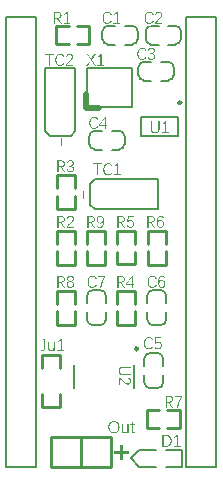
<source format=gto>
G04*
G04 #@! TF.GenerationSoftware,Altium Limited,Altium Designer,19.0.10 (269)*
G04*
G04 Layer_Color=65535*
%FSLAX44Y44*%
%MOMM*%
G71*
G01*
G75*
%ADD10C,0.2000*%
%ADD11C,0.2500*%
%ADD12C,0.2540*%
%ADD13C,0.1500*%
%ADD14C,0.5080*%
%ADD15C,0.2032*%
G36*
X36784Y108992D02*
Y108978D01*
Y108935D01*
Y108851D01*
X36770Y108766D01*
Y108639D01*
X36756Y108498D01*
X36727Y108357D01*
X36699Y108188D01*
X36615Y107836D01*
X36502Y107455D01*
X36333Y107089D01*
X36220Y106920D01*
X36107Y106765D01*
X36093Y106750D01*
X36079Y106736D01*
X36037Y106694D01*
X35980Y106638D01*
X35910Y106581D01*
X35839Y106511D01*
X35628Y106370D01*
X35374Y106215D01*
X35064Y106088D01*
X34895Y106032D01*
X34712Y105989D01*
X34514Y105975D01*
X34303Y105961D01*
X34162D01*
X34007Y105975D01*
X33823Y105989D01*
X33612Y106003D01*
X33401Y106046D01*
X33203Y106088D01*
X33020Y106144D01*
Y107061D01*
X33034Y107046D01*
X33105Y107018D01*
X33189Y106962D01*
X33330Y106920D01*
X33499Y106863D01*
X33697Y106807D01*
X33936Y106779D01*
X34204Y106765D01*
X34275D01*
X34331Y106779D01*
X34472Y106793D01*
X34641Y106835D01*
X34824Y106906D01*
X35022Y107004D01*
X35219Y107145D01*
X35388Y107329D01*
X35402Y107357D01*
X35459Y107427D01*
X35529Y107568D01*
X35614Y107751D01*
X35684Y107977D01*
X35755Y108259D01*
X35811Y108583D01*
X35825Y108964D01*
Y115336D01*
X34402D01*
Y116153D01*
X36784D01*
Y108992D01*
D02*
G37*
G36*
X44721Y107723D02*
Y107709D01*
Y107653D01*
Y107582D01*
Y107469D01*
Y107357D01*
Y107216D01*
X44735Y106920D01*
Y106906D01*
Y106849D01*
Y106779D01*
X44749Y106666D01*
Y106553D01*
X44763Y106412D01*
X44777Y106116D01*
X43945D01*
X43861Y107498D01*
X43818D01*
Y107484D01*
X43804Y107469D01*
X43776Y107427D01*
X43748Y107371D01*
X43677Y107230D01*
X43565Y107061D01*
X43424Y106863D01*
X43254Y106680D01*
X43071Y106497D01*
X42860Y106342D01*
X42832Y106328D01*
X42761Y106285D01*
X42634Y106215D01*
X42465Y106158D01*
X42253Y106088D01*
X42000Y106017D01*
X41718Y105975D01*
X41394Y105961D01*
X41281D01*
X41182Y105975D01*
X41083Y105989D01*
X40971Y106003D01*
X40689Y106046D01*
X40393Y106130D01*
X40083Y106271D01*
X39927Y106342D01*
X39787Y106440D01*
X39660Y106553D01*
X39533Y106680D01*
Y106694D01*
X39505Y106708D01*
X39476Y106750D01*
X39434Y106821D01*
X39392Y106891D01*
X39350Y106976D01*
X39293Y107089D01*
X39237Y107216D01*
X39180Y107371D01*
X39124Y107526D01*
X39082Y107709D01*
X39039Y107906D01*
X38997Y108118D01*
X38969Y108357D01*
X38955Y108611D01*
X38941Y108879D01*
Y113376D01*
X39843D01*
Y109105D01*
Y109091D01*
Y109048D01*
Y108978D01*
X39857Y108893D01*
Y108794D01*
X39871Y108668D01*
X39899Y108400D01*
X39942Y108104D01*
X40026Y107794D01*
X40125Y107512D01*
X40195Y107385D01*
X40266Y107272D01*
X40280Y107244D01*
X40350Y107188D01*
X40449Y107089D01*
X40604Y106990D01*
X40787Y106891D01*
X41027Y106793D01*
X41309Y106736D01*
X41633Y106708D01*
X41732D01*
X41802Y106722D01*
X41887Y106736D01*
X41986Y106750D01*
X42211Y106793D01*
X42465Y106877D01*
X42719Y107018D01*
X42846Y107089D01*
X42972Y107188D01*
X43099Y107300D01*
X43212Y107427D01*
Y107441D01*
X43240Y107455D01*
X43268Y107498D01*
X43297Y107554D01*
X43353Y107639D01*
X43395Y107723D01*
X43452Y107822D01*
X43508Y107949D01*
X43551Y108076D01*
X43607Y108217D01*
X43706Y108555D01*
X43762Y108950D01*
X43790Y109387D01*
Y113376D01*
X44721D01*
Y107723D01*
D02*
G37*
G36*
X50444Y106877D02*
X52643D01*
Y106116D01*
X46990D01*
Y106877D01*
X49556D01*
Y115223D01*
X47258Y113700D01*
Y114518D01*
X49640Y116153D01*
X50444D01*
Y106877D01*
D02*
G37*
G36*
X55788Y383737D02*
X57987D01*
Y382976D01*
X52334D01*
Y383737D01*
X54900D01*
Y392083D01*
X52602Y390560D01*
Y391378D01*
X54985Y393013D01*
X55788D01*
Y383737D01*
D02*
G37*
G36*
X47288Y392999D02*
X47429Y392985D01*
X47584Y392971D01*
X47767Y392957D01*
X47950Y392915D01*
X48359Y392830D01*
X48782Y392689D01*
X48994Y392604D01*
X49191Y392506D01*
X49374Y392393D01*
X49557Y392252D01*
X49571Y392238D01*
X49600Y392224D01*
X49642Y392182D01*
X49698Y392111D01*
X49769Y392040D01*
X49839Y391942D01*
X49924Y391843D01*
X50009Y391716D01*
X50093Y391575D01*
X50178Y391420D01*
X50248Y391251D01*
X50319Y391068D01*
X50375Y390870D01*
X50417Y390659D01*
X50445Y390433D01*
X50460Y390194D01*
Y390180D01*
Y390137D01*
Y390081D01*
X50445Y390010D01*
Y389912D01*
X50417Y389799D01*
X50375Y389531D01*
X50290Y389235D01*
X50164Y388925D01*
X50079Y388756D01*
X49994Y388601D01*
X49882Y388446D01*
X49755Y388305D01*
X49741Y388291D01*
X49727Y388277D01*
X49684Y388234D01*
X49628Y388192D01*
X49557Y388121D01*
X49473Y388065D01*
X49374Y387995D01*
X49261Y387910D01*
X48979Y387755D01*
X48655Y387614D01*
X48289Y387487D01*
X47866Y387403D01*
X50798Y382976D01*
X49656D01*
X46893Y387290D01*
X45089D01*
Y382976D01*
X44130D01*
Y393013D01*
X47175D01*
X47288Y392999D01*
D02*
G37*
G36*
X69668Y238346D02*
X72713D01*
Y237585D01*
X69668D01*
Y234540D01*
X68921D01*
Y237585D01*
X65890D01*
Y238346D01*
X68921D01*
Y241391D01*
X69668D01*
Y238346D01*
D02*
G37*
G36*
X50705Y283178D02*
X53750D01*
Y282431D01*
X50705D01*
Y279400D01*
X49944D01*
Y282431D01*
X46899D01*
Y283178D01*
X49944D01*
Y286223D01*
X50705D01*
Y283178D01*
D02*
G37*
G36*
X90214Y264884D02*
X90326D01*
X90453Y264870D01*
X90594Y264856D01*
X90749Y264828D01*
X91088Y264771D01*
X91454Y264673D01*
X91821Y264546D01*
X92159Y264377D01*
X92173D01*
X92201Y264349D01*
X92244Y264320D01*
X92300Y264278D01*
X92455Y264151D01*
X92653Y263982D01*
X92878Y263756D01*
X93104Y263475D01*
X93216Y263305D01*
X93315Y263136D01*
X93414Y262953D01*
X93512Y262741D01*
X92638Y262375D01*
Y262389D01*
X92624Y262417D01*
X92596Y262460D01*
X92568Y262516D01*
X92483Y262685D01*
X92371Y262882D01*
X92230Y263094D01*
X92046Y263305D01*
X91849Y263503D01*
X91609Y263672D01*
X91595D01*
X91581Y263686D01*
X91539Y263714D01*
X91496Y263742D01*
X91355Y263799D01*
X91158Y263883D01*
X90933Y263954D01*
X90651Y264024D01*
X90341Y264067D01*
X90002Y264081D01*
X89932D01*
X89847Y264067D01*
X89748D01*
X89607Y264052D01*
X89466Y264024D01*
X89297Y263982D01*
X89114Y263940D01*
X88917Y263869D01*
X88719Y263799D01*
X88522Y263700D01*
X88325Y263587D01*
X88127Y263460D01*
X87930Y263305D01*
X87747Y263122D01*
X87577Y262925D01*
X87563Y262911D01*
X87535Y262868D01*
X87493Y262812D01*
X87451Y262713D01*
X87380Y262600D01*
X87310Y262460D01*
X87239Y262290D01*
X87155Y262107D01*
X87070Y261882D01*
X87000Y261656D01*
X86929Y261388D01*
X86859Y261106D01*
X86816Y260796D01*
X86774Y260472D01*
X86746Y260119D01*
X86732Y259753D01*
Y259725D01*
Y259668D01*
Y259555D01*
X86746Y259415D01*
X86760Y259245D01*
X86774Y259048D01*
X86802Y258822D01*
X86845Y258583D01*
X86943Y258061D01*
X87014Y257793D01*
X87084Y257526D01*
X87183Y257258D01*
X87296Y257004D01*
X87423Y256750D01*
X87577Y256525D01*
X87592Y256511D01*
X87620Y256468D01*
X87662Y256412D01*
X87733Y256341D01*
X87817Y256257D01*
X87930Y256158D01*
X88057Y256045D01*
X88198Y255947D01*
X88353Y255834D01*
X88536Y255721D01*
X88734Y255622D01*
X88945Y255538D01*
X89171Y255467D01*
X89410Y255411D01*
X89678Y255369D01*
X89946Y255355D01*
X90044D01*
X90129Y255369D01*
X90214D01*
X90312Y255383D01*
X90566Y255425D01*
X90834Y255481D01*
X91130Y255566D01*
X91412Y255693D01*
X91680Y255862D01*
X91694D01*
X91708Y255890D01*
X91793Y255961D01*
X91919Y256073D01*
X92074Y256229D01*
X92230Y256440D01*
X92413Y256680D01*
X92568Y256962D01*
X92709Y257272D01*
X93555Y256877D01*
X93541Y256849D01*
X93512Y256778D01*
X93442Y256666D01*
X93357Y256511D01*
X93244Y256341D01*
X93104Y256144D01*
X92920Y255933D01*
X92723Y255721D01*
X92483Y255496D01*
X92230Y255284D01*
X91919Y255087D01*
X91595Y254918D01*
X91229Y254762D01*
X90820Y254650D01*
X90383Y254579D01*
X89904Y254551D01*
X89819D01*
X89720Y254565D01*
X89579Y254579D01*
X89424Y254593D01*
X89227Y254622D01*
X89015Y254664D01*
X88790Y254720D01*
X88550Y254791D01*
X88311Y254889D01*
X88057Y255002D01*
X87803Y255129D01*
X87549Y255298D01*
X87310Y255481D01*
X87070Y255693D01*
X86859Y255933D01*
X86845Y255947D01*
X86816Y256003D01*
X86760Y256073D01*
X86689Y256186D01*
X86605Y256327D01*
X86506Y256496D01*
X86407Y256708D01*
X86309Y256933D01*
X86210Y257201D01*
X86111Y257483D01*
X86013Y257793D01*
X85928Y258146D01*
X85858Y258512D01*
X85801Y258907D01*
X85773Y259316D01*
X85759Y259767D01*
Y259781D01*
Y259795D01*
Y259880D01*
X85773Y260007D01*
Y260162D01*
X85787Y260373D01*
X85815Y260613D01*
X85858Y260867D01*
X85900Y261148D01*
X85956Y261444D01*
X86027Y261755D01*
X86126Y262065D01*
X86224Y262389D01*
X86351Y262699D01*
X86506Y262995D01*
X86675Y263277D01*
X86873Y263545D01*
X86887Y263559D01*
X86929Y263601D01*
X86986Y263672D01*
X87084Y263756D01*
X87197Y263855D01*
X87338Y263968D01*
X87493Y264095D01*
X87690Y264222D01*
X87902Y264349D01*
X88127Y264475D01*
X88395Y264588D01*
X88663Y264687D01*
X88973Y264771D01*
X89297Y264842D01*
X89636Y264884D01*
X90002Y264898D01*
X90129D01*
X90214Y264884D01*
D02*
G37*
G36*
X98503Y255467D02*
X100702D01*
Y254706D01*
X95049D01*
Y255467D01*
X97615D01*
Y263813D01*
X95317Y262290D01*
Y263108D01*
X97699Y264743D01*
X98503D01*
Y255467D01*
D02*
G37*
G36*
X84744Y263926D02*
X81544D01*
Y254706D01*
X80599D01*
Y263926D01*
X77470D01*
Y264743D01*
X84744D01*
Y263926D01*
D02*
G37*
G36*
X76102Y352688D02*
X79627Y347416D01*
X78555D01*
X75496Y352012D01*
X72423Y347416D01*
X71380D01*
X74961Y352688D01*
X71662Y357453D01*
X72719D01*
X75525Y353295D01*
X78274Y357453D01*
X79331D01*
X76102Y352688D01*
D02*
G37*
G36*
X84265Y348177D02*
X86464D01*
Y347416D01*
X80811D01*
Y348177D01*
X83377D01*
Y356523D01*
X81079Y355000D01*
Y355818D01*
X83461Y357453D01*
X84265D01*
Y348177D01*
D02*
G37*
G36*
X109083Y91751D02*
X102627D01*
X102613D01*
X102570D01*
X102486D01*
X102401Y91737D01*
X102274D01*
X102147Y91709D01*
X101992Y91695D01*
X101823Y91667D01*
X101471Y91582D01*
X101118Y91469D01*
X100766Y91300D01*
X100611Y91187D01*
X100456Y91075D01*
X100442Y91061D01*
X100428Y91047D01*
X100385Y91004D01*
X100343Y90948D01*
X100287Y90877D01*
X100216Y90793D01*
X100146Y90694D01*
X100075Y90567D01*
X100005Y90440D01*
X99934Y90285D01*
X99878Y90130D01*
X99807Y89961D01*
X99765Y89764D01*
X99723Y89566D01*
X99709Y89341D01*
X99694Y89115D01*
Y88988D01*
X99709Y88890D01*
X99723Y88777D01*
X99737Y88650D01*
X99765Y88495D01*
X99793Y88340D01*
X99878Y88002D01*
X100019Y87663D01*
X100118Y87494D01*
X100216Y87325D01*
X100329Y87170D01*
X100470Y87029D01*
X100484Y87015D01*
X100512Y87001D01*
X100555Y86958D01*
X100611Y86916D01*
X100695Y86860D01*
X100794Y86803D01*
X100907Y86733D01*
X101048Y86662D01*
X101203Y86592D01*
X101358Y86521D01*
X101555Y86465D01*
X101753Y86409D01*
X101964Y86366D01*
X102204Y86324D01*
X102444Y86310D01*
X102711Y86296D01*
X109083D01*
Y85337D01*
X102669D01*
X102655D01*
X102584D01*
X102500D01*
X102373Y85351D01*
X102232Y85365D01*
X102049Y85394D01*
X101866Y85422D01*
X101654Y85464D01*
X101443Y85520D01*
X101217Y85577D01*
X100977Y85661D01*
X100752Y85760D01*
X100526Y85873D01*
X100301Y86014D01*
X100089Y86155D01*
X99892Y86338D01*
X99878Y86352D01*
X99850Y86380D01*
X99793Y86437D01*
X99737Y86521D01*
X99666Y86620D01*
X99582Y86747D01*
X99483Y86888D01*
X99398Y87057D01*
X99300Y87254D01*
X99201Y87466D01*
X99117Y87691D01*
X99046Y87931D01*
X98990Y88213D01*
X98933Y88495D01*
X98905Y88805D01*
X98891Y89129D01*
Y89284D01*
X98905Y89411D01*
X98919Y89552D01*
X98947Y89707D01*
X98976Y89891D01*
X99004Y90088D01*
X99117Y90511D01*
X99201Y90736D01*
X99286Y90948D01*
X99398Y91173D01*
X99525Y91385D01*
X99666Y91582D01*
X99836Y91765D01*
X99850Y91780D01*
X99878Y91808D01*
X99934Y91850D01*
X100019Y91906D01*
X100118Y91991D01*
X100230Y92062D01*
X100371Y92146D01*
X100526Y92231D01*
X100709Y92329D01*
X100921Y92414D01*
X101132Y92484D01*
X101372Y92555D01*
X101640Y92625D01*
X101922Y92668D01*
X102218Y92696D01*
X102528Y92710D01*
X109083D01*
Y91751D01*
D02*
G37*
G36*
X99723Y83336D02*
X99765Y83321D01*
X99821Y83293D01*
X99892Y83251D01*
X99991Y83209D01*
X100202Y83110D01*
X100442Y82983D01*
X100724Y82814D01*
X101020Y82617D01*
X101316Y82405D01*
X101330Y82391D01*
X101358Y82377D01*
X101400Y82335D01*
X101457Y82292D01*
X101541Y82222D01*
X101626Y82151D01*
X101739Y82053D01*
X101851Y81940D01*
X101992Y81827D01*
X102133Y81686D01*
X102288Y81531D01*
X102458Y81376D01*
X102810Y80995D01*
X103191Y80573D01*
X103205Y80558D01*
X103233Y80516D01*
X103289Y80460D01*
X103374Y80375D01*
X103458Y80262D01*
X103571Y80150D01*
X103811Y79896D01*
X104093Y79600D01*
X104389Y79318D01*
X104699Y79050D01*
X104840Y78937D01*
X104981Y78839D01*
X104995D01*
X105009Y78810D01*
X105051Y78796D01*
X105108Y78754D01*
X105263Y78684D01*
X105446Y78585D01*
X105686Y78486D01*
X105940Y78416D01*
X106236Y78359D01*
X106532Y78331D01*
X106546D01*
X106574D01*
X106616D01*
X106687Y78345D01*
X106842Y78359D01*
X107053Y78401D01*
X107279Y78458D01*
X107518Y78557D01*
X107744Y78684D01*
X107955Y78853D01*
X107984Y78881D01*
X108040Y78951D01*
X108111Y79064D01*
X108209Y79233D01*
X108308Y79431D01*
X108378Y79684D01*
X108435Y79980D01*
X108463Y80305D01*
Y80389D01*
X108449Y80446D01*
X108435Y80601D01*
X108406Y80798D01*
X108336Y81010D01*
X108251Y81249D01*
X108125Y81475D01*
X107955Y81686D01*
X107927Y81714D01*
X107871Y81771D01*
X107758Y81855D01*
X107603Y81968D01*
X107406Y82081D01*
X107180Y82179D01*
X106912Y82264D01*
X106616Y82320D01*
X106729Y83223D01*
X106743D01*
X106785D01*
X106842Y83209D01*
X106912Y83195D01*
X107011Y83180D01*
X107124Y83152D01*
X107377Y83068D01*
X107659Y82969D01*
X107955Y82800D01*
X108111Y82715D01*
X108251Y82603D01*
X108406Y82476D01*
X108533Y82335D01*
X108547Y82320D01*
X108562Y82292D01*
X108604Y82250D01*
X108646Y82194D01*
X108702Y82109D01*
X108759Y82010D01*
X108815Y81898D01*
X108886Y81771D01*
X108956Y81630D01*
X109013Y81489D01*
X109125Y81136D01*
X109210Y80728D01*
X109224Y80516D01*
X109238Y80290D01*
Y80164D01*
X109224Y80065D01*
Y79952D01*
X109196Y79825D01*
X109182Y79670D01*
X109154Y79515D01*
X109069Y79177D01*
X108942Y78825D01*
X108858Y78655D01*
X108773Y78486D01*
X108660Y78331D01*
X108533Y78176D01*
X108519Y78162D01*
X108505Y78148D01*
X108463Y78106D01*
X108406Y78049D01*
X108336Y77993D01*
X108251Y77936D01*
X108139Y77866D01*
X108026Y77781D01*
X107899Y77711D01*
X107744Y77640D01*
X107420Y77527D01*
X107025Y77429D01*
X106813Y77415D01*
X106588Y77401D01*
X106560D01*
X106475D01*
X106348Y77415D01*
X106193Y77429D01*
X106010Y77457D01*
X105799Y77499D01*
X105587Y77556D01*
X105376Y77640D01*
X105347Y77654D01*
X105277Y77683D01*
X105164Y77739D01*
X105023Y77810D01*
X104854Y77908D01*
X104657Y78021D01*
X104459Y78162D01*
X104248Y78331D01*
X104220Y78345D01*
X104149Y78416D01*
X104022Y78528D01*
X103853Y78698D01*
X103642Y78909D01*
X103374Y79177D01*
X103233Y79332D01*
X103064Y79501D01*
X102909Y79684D01*
X102725Y79882D01*
X102711Y79910D01*
X102655Y79966D01*
X102556Y80065D01*
X102444Y80192D01*
X102288Y80347D01*
X102119Y80516D01*
X101936Y80714D01*
X101725Y80911D01*
X101273Y81320D01*
X100794Y81714D01*
X100540Y81898D01*
X100301Y82067D01*
X100075Y82194D01*
X99850Y82306D01*
Y77246D01*
X99046D01*
Y83350D01*
X99680D01*
X99694D01*
X99723Y83336D01*
D02*
G37*
G36*
X133423Y293889D02*
Y293875D01*
Y293804D01*
Y293720D01*
X133409Y293593D01*
X133394Y293452D01*
X133366Y293269D01*
X133338Y293085D01*
X133296Y292874D01*
X133239Y292663D01*
X133183Y292437D01*
X133098Y292197D01*
X133000Y291972D01*
X132887Y291746D01*
X132746Y291521D01*
X132605Y291309D01*
X132422Y291112D01*
X132408Y291098D01*
X132380Y291070D01*
X132323Y291013D01*
X132239Y290957D01*
X132140Y290886D01*
X132013Y290802D01*
X131872Y290703D01*
X131703Y290618D01*
X131505Y290520D01*
X131294Y290421D01*
X131068Y290337D01*
X130829Y290266D01*
X130547Y290210D01*
X130265Y290153D01*
X129955Y290125D01*
X129631Y290111D01*
X129476D01*
X129349Y290125D01*
X129208Y290139D01*
X129053Y290167D01*
X128869Y290196D01*
X128672Y290224D01*
X128249Y290337D01*
X128024Y290421D01*
X127812Y290506D01*
X127587Y290618D01*
X127375Y290745D01*
X127178Y290886D01*
X126994Y291056D01*
X126980Y291070D01*
X126952Y291098D01*
X126910Y291154D01*
X126854Y291239D01*
X126769Y291338D01*
X126699Y291450D01*
X126614Y291591D01*
X126529Y291746D01*
X126431Y291930D01*
X126346Y292141D01*
X126276Y292353D01*
X126205Y292592D01*
X126135Y292860D01*
X126092Y293142D01*
X126064Y293438D01*
X126050Y293748D01*
Y300303D01*
X127009D01*
Y293847D01*
Y293833D01*
Y293790D01*
Y293706D01*
X127023Y293621D01*
Y293494D01*
X127051Y293368D01*
X127065Y293212D01*
X127093Y293043D01*
X127178Y292691D01*
X127290Y292338D01*
X127460Y291986D01*
X127572Y291831D01*
X127685Y291676D01*
X127699Y291662D01*
X127713Y291648D01*
X127756Y291605D01*
X127812Y291563D01*
X127883Y291507D01*
X127967Y291436D01*
X128066Y291366D01*
X128193Y291295D01*
X128320Y291225D01*
X128475Y291154D01*
X128630Y291098D01*
X128799Y291027D01*
X128996Y290985D01*
X129194Y290943D01*
X129419Y290929D01*
X129645Y290915D01*
X129772D01*
X129870Y290929D01*
X129983Y290943D01*
X130110Y290957D01*
X130265Y290985D01*
X130420Y291013D01*
X130758Y291098D01*
X131097Y291239D01*
X131266Y291338D01*
X131435Y291436D01*
X131590Y291549D01*
X131731Y291690D01*
X131745Y291704D01*
X131759Y291732D01*
X131802Y291775D01*
X131844Y291831D01*
X131900Y291915D01*
X131957Y292014D01*
X132027Y292127D01*
X132098Y292268D01*
X132168Y292423D01*
X132239Y292578D01*
X132295Y292775D01*
X132351Y292973D01*
X132394Y293184D01*
X132436Y293424D01*
X132450Y293664D01*
X132464Y293931D01*
Y300303D01*
X133423D01*
Y293889D01*
D02*
G37*
G36*
X139174Y291027D02*
X141373D01*
Y290266D01*
X135721D01*
Y291027D01*
X138286D01*
Y299373D01*
X135988Y297850D01*
Y298668D01*
X138371Y300303D01*
X139174D01*
Y291027D01*
D02*
G37*
G36*
X49574Y357594D02*
X49686D01*
X49813Y357580D01*
X49954Y357566D01*
X50109Y357538D01*
X50448Y357481D01*
X50814Y357383D01*
X51181Y357256D01*
X51519Y357087D01*
X51533D01*
X51561Y357058D01*
X51604Y357030D01*
X51660Y356988D01*
X51815Y356861D01*
X52013Y356692D01*
X52238Y356466D01*
X52464Y356185D01*
X52576Y356015D01*
X52675Y355846D01*
X52774Y355663D01*
X52872Y355451D01*
X51998Y355085D01*
Y355099D01*
X51984Y355127D01*
X51956Y355169D01*
X51928Y355226D01*
X51843Y355395D01*
X51730Y355592D01*
X51590Y355804D01*
X51406Y356015D01*
X51209Y356213D01*
X50969Y356382D01*
X50955D01*
X50941Y356396D01*
X50899Y356424D01*
X50856Y356452D01*
X50715Y356509D01*
X50518Y356593D01*
X50293Y356664D01*
X50011Y356734D01*
X49701Y356777D01*
X49362Y356791D01*
X49292D01*
X49207Y356777D01*
X49109D01*
X48967Y356762D01*
X48826Y356734D01*
X48657Y356692D01*
X48474Y356650D01*
X48277Y356579D01*
X48079Y356509D01*
X47882Y356410D01*
X47685Y356297D01*
X47487Y356170D01*
X47290Y356015D01*
X47107Y355832D01*
X46937Y355635D01*
X46923Y355621D01*
X46895Y355578D01*
X46853Y355522D01*
X46811Y355423D01*
X46740Y355310D01*
X46670Y355169D01*
X46599Y355000D01*
X46515Y354817D01*
X46430Y354591D01*
X46360Y354366D01*
X46289Y354098D01*
X46219Y353816D01*
X46176Y353506D01*
X46134Y353182D01*
X46106Y352829D01*
X46092Y352463D01*
Y352435D01*
Y352378D01*
Y352266D01*
X46106Y352124D01*
X46120Y351955D01*
X46134Y351758D01*
X46162Y351532D01*
X46205Y351293D01*
X46303Y350771D01*
X46374Y350503D01*
X46444Y350235D01*
X46543Y349968D01*
X46656Y349714D01*
X46782Y349460D01*
X46937Y349235D01*
X46952Y349221D01*
X46980Y349178D01*
X47022Y349122D01*
X47093Y349051D01*
X47177Y348967D01*
X47290Y348868D01*
X47417Y348755D01*
X47558Y348657D01*
X47713Y348544D01*
X47896Y348431D01*
X48094Y348332D01*
X48305Y348248D01*
X48531Y348177D01*
X48770Y348121D01*
X49038Y348079D01*
X49306Y348065D01*
X49405D01*
X49489Y348079D01*
X49574D01*
X49672Y348093D01*
X49926Y348135D01*
X50194Y348191D01*
X50490Y348276D01*
X50772Y348403D01*
X51040Y348572D01*
X51054D01*
X51068Y348600D01*
X51153Y348671D01*
X51279Y348783D01*
X51434Y348939D01*
X51590Y349150D01*
X51773Y349390D01*
X51928Y349672D01*
X52069Y349982D01*
X52915Y349587D01*
X52901Y349559D01*
X52872Y349488D01*
X52802Y349376D01*
X52717Y349221D01*
X52604Y349051D01*
X52464Y348854D01*
X52280Y348643D01*
X52083Y348431D01*
X51843Y348206D01*
X51590Y347994D01*
X51279Y347797D01*
X50955Y347628D01*
X50589Y347472D01*
X50180Y347360D01*
X49743Y347289D01*
X49264Y347261D01*
X49179D01*
X49080Y347275D01*
X48939Y347289D01*
X48784Y347303D01*
X48587Y347332D01*
X48375Y347374D01*
X48150Y347430D01*
X47910Y347501D01*
X47671Y347599D01*
X47417Y347712D01*
X47163Y347839D01*
X46909Y348008D01*
X46670Y348191D01*
X46430Y348403D01*
X46219Y348643D01*
X46205Y348657D01*
X46176Y348713D01*
X46120Y348783D01*
X46049Y348896D01*
X45965Y349037D01*
X45866Y349206D01*
X45767Y349418D01*
X45669Y349643D01*
X45570Y349911D01*
X45472Y350193D01*
X45373Y350503D01*
X45288Y350856D01*
X45218Y351222D01*
X45161Y351617D01*
X45133Y352026D01*
X45119Y352477D01*
Y352491D01*
Y352505D01*
Y352590D01*
X45133Y352717D01*
Y352872D01*
X45147Y353083D01*
X45175Y353323D01*
X45218Y353577D01*
X45260Y353858D01*
X45316Y354155D01*
X45387Y354465D01*
X45486Y354775D01*
X45584Y355099D01*
X45711Y355409D01*
X45866Y355705D01*
X46035Y355987D01*
X46233Y356255D01*
X46247Y356269D01*
X46289Y356311D01*
X46346Y356382D01*
X46444Y356466D01*
X46557Y356565D01*
X46698Y356678D01*
X46853Y356805D01*
X47050Y356932D01*
X47262Y357058D01*
X47487Y357185D01*
X47755Y357298D01*
X48023Y357397D01*
X48333Y357481D01*
X48657Y357552D01*
X48996Y357594D01*
X49362Y357608D01*
X49489D01*
X49574Y357594D01*
D02*
G37*
G36*
X57383D02*
X57496D01*
X57623Y357566D01*
X57778Y357552D01*
X57933Y357524D01*
X58271Y357439D01*
X58624Y357312D01*
X58793Y357228D01*
X58962Y357143D01*
X59117Y357030D01*
X59272Y356903D01*
X59286Y356889D01*
X59301Y356875D01*
X59343Y356833D01*
X59399Y356777D01*
X59456Y356706D01*
X59512Y356622D01*
X59583Y356509D01*
X59667Y356396D01*
X59738Y356269D01*
X59808Y356114D01*
X59921Y355790D01*
X60020Y355395D01*
X60034Y355184D01*
X60048Y354958D01*
Y354930D01*
Y354845D01*
X60034Y354718D01*
X60020Y354563D01*
X59991Y354380D01*
X59949Y354169D01*
X59893Y353957D01*
X59808Y353746D01*
X59794Y353717D01*
X59766Y353647D01*
X59709Y353534D01*
X59639Y353393D01*
X59540Y353224D01*
X59427Y353027D01*
X59286Y352829D01*
X59117Y352618D01*
X59103Y352590D01*
X59033Y352519D01*
X58920Y352392D01*
X58751Y352223D01*
X58539Y352012D01*
X58271Y351744D01*
X58116Y351603D01*
X57947Y351434D01*
X57764Y351279D01*
X57567Y351095D01*
X57538Y351081D01*
X57482Y351025D01*
X57383Y350926D01*
X57257Y350813D01*
X57101Y350658D01*
X56932Y350489D01*
X56735Y350306D01*
X56538Y350094D01*
X56129Y349643D01*
X55734Y349164D01*
X55551Y348910D01*
X55382Y348671D01*
X55255Y348445D01*
X55142Y348220D01*
X60203D01*
Y347416D01*
X54099D01*
Y348050D01*
Y348065D01*
X54113Y348093D01*
X54127Y348135D01*
X54155Y348191D01*
X54198Y348262D01*
X54240Y348361D01*
X54338Y348572D01*
X54465Y348812D01*
X54634Y349094D01*
X54832Y349390D01*
X55043Y349686D01*
X55057Y349700D01*
X55072Y349728D01*
X55114Y349770D01*
X55156Y349827D01*
X55227Y349911D01*
X55297Y349996D01*
X55396Y350109D01*
X55508Y350221D01*
X55621Y350362D01*
X55762Y350503D01*
X55917Y350658D01*
X56072Y350828D01*
X56453Y351180D01*
X56876Y351561D01*
X56890Y351575D01*
X56932Y351603D01*
X56989Y351659D01*
X57073Y351744D01*
X57186Y351828D01*
X57299Y351941D01*
X57553Y352181D01*
X57849Y352463D01*
X58131Y352759D01*
X58398Y353069D01*
X58511Y353210D01*
X58610Y353351D01*
Y353365D01*
X58638Y353379D01*
X58652Y353421D01*
X58694Y353478D01*
X58765Y353633D01*
X58864Y353816D01*
X58962Y354056D01*
X59033Y354310D01*
X59089Y354606D01*
X59117Y354902D01*
Y354916D01*
Y354944D01*
Y354986D01*
X59103Y355057D01*
X59089Y355212D01*
X59047Y355423D01*
X58991Y355649D01*
X58892Y355888D01*
X58765Y356114D01*
X58596Y356325D01*
X58568Y356354D01*
X58497Y356410D01*
X58384Y356480D01*
X58215Y356579D01*
X58018Y356678D01*
X57764Y356748D01*
X57468Y356805D01*
X57144Y356833D01*
X57059D01*
X57003Y356819D01*
X56848Y356805D01*
X56650Y356777D01*
X56439Y356706D01*
X56199Y356622D01*
X55974Y356495D01*
X55762Y356325D01*
X55734Y356297D01*
X55678Y356241D01*
X55593Y356128D01*
X55480Y355973D01*
X55368Y355776D01*
X55269Y355550D01*
X55184Y355282D01*
X55128Y354986D01*
X54226Y355099D01*
Y355113D01*
Y355155D01*
X54240Y355212D01*
X54254Y355282D01*
X54268Y355381D01*
X54296Y355494D01*
X54381Y355747D01*
X54479Y356029D01*
X54649Y356325D01*
X54733Y356480D01*
X54846Y356622D01*
X54973Y356777D01*
X55114Y356903D01*
X55128Y356917D01*
X55156Y356932D01*
X55198Y356974D01*
X55255Y357016D01*
X55339Y357073D01*
X55438Y357129D01*
X55551Y357185D01*
X55678Y357256D01*
X55819Y357326D01*
X55960Y357383D01*
X56312Y357495D01*
X56721Y357580D01*
X56932Y357594D01*
X57158Y357608D01*
X57285D01*
X57383Y357594D01*
D02*
G37*
G36*
X44104Y356636D02*
X40904D01*
Y347416D01*
X39959D01*
Y356636D01*
X36830D01*
Y357453D01*
X44104D01*
Y356636D01*
D02*
G37*
G36*
X152536Y67104D02*
Y67090D01*
X152522Y67076D01*
X152494Y67033D01*
X152466Y66991D01*
X152367Y66836D01*
X152255Y66653D01*
X152114Y66413D01*
X151945Y66131D01*
X151775Y65821D01*
X151578Y65469D01*
X151381Y65102D01*
X151169Y64707D01*
X150958Y64298D01*
X150746Y63875D01*
X150351Y63001D01*
X150168Y62579D01*
X150013Y62142D01*
X149999Y62113D01*
X149985Y62043D01*
X149943Y61916D01*
X149886Y61761D01*
X149830Y61550D01*
X149759Y61324D01*
X149689Y61056D01*
X149618Y60760D01*
X149534Y60436D01*
X149463Y60097D01*
X149393Y59745D01*
X149337Y59379D01*
X149280Y58998D01*
X149238Y58617D01*
X149224Y58237D01*
X149210Y57856D01*
X148293D01*
Y57884D01*
Y57941D01*
Y58053D01*
X148307Y58208D01*
X148322Y58392D01*
X148336Y58603D01*
X148364Y58857D01*
X148406Y59139D01*
X148448Y59449D01*
X148505Y59787D01*
X148575Y60140D01*
X148646Y60521D01*
X148744Y60915D01*
X148857Y61324D01*
X148984Y61747D01*
X149139Y62184D01*
X149153Y62212D01*
X149181Y62297D01*
X149224Y62424D01*
X149294Y62593D01*
X149393Y62804D01*
X149492Y63058D01*
X149618Y63354D01*
X149774Y63678D01*
X149929Y64031D01*
X150126Y64411D01*
X150323Y64806D01*
X150549Y65229D01*
X150788Y65680D01*
X151056Y66131D01*
X151338Y66596D01*
X151634Y67076D01*
X146376D01*
Y67893D01*
X152536D01*
Y67104D01*
D02*
G37*
G36*
X141668Y67879D02*
X141809Y67865D01*
X141964Y67851D01*
X142147Y67837D01*
X142330Y67794D01*
X142739Y67710D01*
X143162Y67569D01*
X143373Y67484D01*
X143571Y67386D01*
X143754Y67273D01*
X143937Y67132D01*
X143952Y67118D01*
X143980Y67104D01*
X144022Y67062D01*
X144078Y66991D01*
X144149Y66920D01*
X144219Y66822D01*
X144304Y66723D01*
X144389Y66596D01*
X144473Y66455D01*
X144558Y66300D01*
X144628Y66131D01*
X144699Y65948D01*
X144755Y65750D01*
X144797Y65539D01*
X144825Y65313D01*
X144840Y65074D01*
Y65060D01*
Y65017D01*
Y64961D01*
X144825Y64890D01*
Y64792D01*
X144797Y64679D01*
X144755Y64411D01*
X144670Y64115D01*
X144544Y63805D01*
X144459Y63636D01*
X144374Y63481D01*
X144262Y63326D01*
X144135Y63185D01*
X144121Y63171D01*
X144107Y63157D01*
X144064Y63114D01*
X144008Y63072D01*
X143937Y63001D01*
X143853Y62945D01*
X143754Y62875D01*
X143641Y62790D01*
X143359Y62635D01*
X143035Y62494D01*
X142669Y62367D01*
X142246Y62283D01*
X145178Y57856D01*
X144036D01*
X141273Y62170D01*
X139469D01*
Y57856D01*
X138510D01*
Y67893D01*
X141555D01*
X141668Y67879D01*
D02*
G37*
G36*
X50148Y169479D02*
X50289Y169465D01*
X50444Y169451D01*
X50627Y169437D01*
X50810Y169394D01*
X51219Y169310D01*
X51642Y169169D01*
X51853Y169084D01*
X52051Y168986D01*
X52234Y168873D01*
X52417Y168732D01*
X52431Y168718D01*
X52460Y168704D01*
X52502Y168661D01*
X52558Y168591D01*
X52629Y168521D01*
X52699Y168422D01*
X52784Y168323D01*
X52868Y168196D01*
X52953Y168055D01*
X53038Y167900D01*
X53108Y167731D01*
X53179Y167548D01*
X53235Y167350D01*
X53277Y167139D01*
X53306Y166913D01*
X53320Y166674D01*
Y166660D01*
Y166617D01*
Y166561D01*
X53306Y166490D01*
Y166392D01*
X53277Y166279D01*
X53235Y166011D01*
X53150Y165715D01*
X53024Y165405D01*
X52939Y165236D01*
X52854Y165081D01*
X52742Y164926D01*
X52615Y164785D01*
X52601Y164771D01*
X52586Y164757D01*
X52544Y164714D01*
X52488Y164672D01*
X52417Y164601D01*
X52333Y164545D01*
X52234Y164475D01*
X52121Y164390D01*
X51839Y164235D01*
X51515Y164094D01*
X51149Y163967D01*
X50726Y163883D01*
X53658Y159456D01*
X52516D01*
X49753Y163770D01*
X47949D01*
Y159456D01*
X46990D01*
Y169493D01*
X50035D01*
X50148Y169479D01*
D02*
G37*
G36*
X58141Y169634D02*
X58253D01*
X58380Y169606D01*
X58521Y169592D01*
X58676Y169564D01*
X59015Y169479D01*
X59367Y169352D01*
X59550Y169268D01*
X59720Y169183D01*
X59875Y169070D01*
X60030Y168943D01*
X60044Y168929D01*
X60058Y168915D01*
X60100Y168873D01*
X60157Y168817D01*
X60213Y168746D01*
X60283Y168661D01*
X60354Y168563D01*
X60424Y168450D01*
X60565Y168182D01*
X60692Y167872D01*
X60791Y167505D01*
X60805Y167308D01*
X60819Y167097D01*
Y167083D01*
Y167054D01*
Y167012D01*
Y166942D01*
X60805Y166871D01*
X60791Y166772D01*
X60763Y166561D01*
X60706Y166321D01*
X60622Y166054D01*
X60495Y165800D01*
X60340Y165546D01*
X60326Y165518D01*
X60255Y165447D01*
X60157Y165335D01*
X60016Y165208D01*
X59832Y165067D01*
X59621Y164940D01*
X59381Y164827D01*
X59113Y164743D01*
Y164714D01*
X59127D01*
X59156Y164700D01*
X59198D01*
X59254Y164672D01*
X59424Y164630D01*
X59621Y164545D01*
X59847Y164432D01*
X60072Y164291D01*
X60312Y164108D01*
X60523Y163883D01*
Y163869D01*
X60551Y163854D01*
X60580Y163812D01*
X60608Y163770D01*
X60692Y163629D01*
X60791Y163431D01*
X60890Y163192D01*
X60974Y162910D01*
X61031Y162586D01*
X61059Y162219D01*
Y162205D01*
Y162163D01*
Y162092D01*
X61045Y161994D01*
X61031Y161867D01*
X61017Y161740D01*
X60988Y161585D01*
X60960Y161430D01*
X60861Y161077D01*
X60791Y160894D01*
X60721Y160725D01*
X60622Y160542D01*
X60509Y160372D01*
X60382Y160217D01*
X60241Y160062D01*
X60227Y160048D01*
X60199Y160034D01*
X60157Y159992D01*
X60086Y159950D01*
X60016Y159893D01*
X59903Y159823D01*
X59790Y159752D01*
X59649Y159682D01*
X59494Y159611D01*
X59325Y159541D01*
X59142Y159484D01*
X58930Y159414D01*
X58705Y159372D01*
X58465Y159329D01*
X58211Y159315D01*
X57943Y159301D01*
X57802D01*
X57704Y159315D01*
X57577Y159329D01*
X57422Y159343D01*
X57267Y159372D01*
X57098Y159400D01*
X56717Y159484D01*
X56336Y159625D01*
X56153Y159710D01*
X55970Y159809D01*
X55786Y159935D01*
X55631Y160062D01*
X55617Y160076D01*
X55603Y160105D01*
X55561Y160147D01*
X55505Y160203D01*
X55448Y160288D01*
X55378Y160387D01*
X55307Y160499D01*
X55237Y160626D01*
X55152Y160767D01*
X55082Y160922D01*
X55011Y161105D01*
X54955Y161289D01*
X54898Y161500D01*
X54856Y161726D01*
X54842Y161951D01*
X54828Y162205D01*
Y162219D01*
Y162247D01*
Y162304D01*
X54842Y162374D01*
Y162445D01*
X54856Y162543D01*
X54898Y162769D01*
X54955Y163037D01*
X55054Y163305D01*
X55180Y163587D01*
X55349Y163840D01*
Y163854D01*
X55378Y163869D01*
X55448Y163953D01*
X55561Y164066D01*
X55730Y164207D01*
X55928Y164348D01*
X56167Y164489D01*
X56435Y164601D01*
X56745Y164686D01*
Y164728D01*
X56731D01*
X56717Y164743D01*
X56675Y164757D01*
X56618Y164771D01*
X56477Y164827D01*
X56294Y164912D01*
X56097Y165024D01*
X55885Y165165D01*
X55688Y165349D01*
X55505Y165574D01*
Y165588D01*
X55490Y165602D01*
X55434Y165687D01*
X55364Y165828D01*
X55279Y166011D01*
X55195Y166237D01*
X55124Y166490D01*
X55068Y166787D01*
X55054Y167111D01*
Y167125D01*
Y167167D01*
Y167224D01*
X55068Y167294D01*
X55082Y167393D01*
X55096Y167505D01*
X55152Y167759D01*
X55237Y168055D01*
X55378Y168365D01*
X55476Y168506D01*
X55575Y168661D01*
X55688Y168802D01*
X55829Y168943D01*
X55843Y168958D01*
X55871Y168972D01*
X55913Y169014D01*
X55970Y169056D01*
X56054Y169113D01*
X56139Y169169D01*
X56252Y169225D01*
X56379Y169296D01*
X56520Y169366D01*
X56675Y169423D01*
X56844Y169479D01*
X57041Y169536D01*
X57450Y169620D01*
X57675Y169634D01*
X57915Y169648D01*
X58042D01*
X58141Y169634D01*
D02*
G37*
G36*
X58169Y220434D02*
X58282D01*
X58409Y220406D01*
X58564Y220392D01*
X58719Y220364D01*
X59057Y220279D01*
X59409Y220152D01*
X59579Y220068D01*
X59748Y219983D01*
X59903Y219870D01*
X60058Y219743D01*
X60072Y219729D01*
X60086Y219715D01*
X60128Y219673D01*
X60185Y219617D01*
X60241Y219546D01*
X60298Y219461D01*
X60368Y219349D01*
X60453Y219236D01*
X60523Y219109D01*
X60594Y218954D01*
X60706Y218630D01*
X60805Y218235D01*
X60819Y218024D01*
X60833Y217798D01*
Y217770D01*
Y217685D01*
X60819Y217558D01*
X60805Y217403D01*
X60777Y217220D01*
X60735Y217009D01*
X60678Y216797D01*
X60594Y216586D01*
X60580Y216558D01*
X60551Y216487D01*
X60495Y216374D01*
X60424Y216233D01*
X60326Y216064D01*
X60213Y215867D01*
X60072Y215669D01*
X59903Y215458D01*
X59889Y215430D01*
X59818Y215359D01*
X59706Y215232D01*
X59536Y215063D01*
X59325Y214852D01*
X59057Y214584D01*
X58902Y214443D01*
X58733Y214274D01*
X58549Y214119D01*
X58352Y213935D01*
X58324Y213921D01*
X58268Y213865D01*
X58169Y213766D01*
X58042Y213654D01*
X57887Y213498D01*
X57718Y213329D01*
X57520Y213146D01*
X57323Y212934D01*
X56914Y212483D01*
X56520Y212004D01*
X56336Y211750D01*
X56167Y211511D01*
X56040Y211285D01*
X55928Y211060D01*
X60988D01*
Y210256D01*
X54884D01*
Y210891D01*
Y210905D01*
X54898Y210933D01*
X54913Y210975D01*
X54941Y211031D01*
X54983Y211102D01*
X55025Y211201D01*
X55124Y211412D01*
X55251Y211652D01*
X55420Y211934D01*
X55617Y212230D01*
X55829Y212526D01*
X55843Y212540D01*
X55857Y212568D01*
X55899Y212610D01*
X55942Y212667D01*
X56012Y212751D01*
X56083Y212836D01*
X56181Y212949D01*
X56294Y213061D01*
X56407Y213202D01*
X56548Y213343D01*
X56703Y213498D01*
X56858Y213668D01*
X57238Y214020D01*
X57661Y214401D01*
X57675Y214415D01*
X57718Y214443D01*
X57774Y214499D01*
X57859Y214584D01*
X57972Y214669D01*
X58084Y214781D01*
X58338Y215021D01*
X58634Y215303D01*
X58916Y215599D01*
X59184Y215909D01*
X59297Y216050D01*
X59395Y216191D01*
Y216205D01*
X59424Y216219D01*
X59438Y216261D01*
X59480Y216318D01*
X59550Y216473D01*
X59649Y216656D01*
X59748Y216896D01*
X59818Y217150D01*
X59875Y217446D01*
X59903Y217742D01*
Y217756D01*
Y217784D01*
Y217826D01*
X59889Y217897D01*
X59875Y218052D01*
X59832Y218263D01*
X59776Y218489D01*
X59677Y218728D01*
X59550Y218954D01*
X59381Y219165D01*
X59353Y219194D01*
X59283Y219250D01*
X59170Y219321D01*
X59001Y219419D01*
X58803Y219518D01*
X58549Y219588D01*
X58253Y219645D01*
X57929Y219673D01*
X57845D01*
X57788Y219659D01*
X57633Y219645D01*
X57436Y219617D01*
X57224Y219546D01*
X56985Y219461D01*
X56759Y219335D01*
X56548Y219165D01*
X56520Y219137D01*
X56463Y219081D01*
X56379Y218968D01*
X56266Y218813D01*
X56153Y218616D01*
X56054Y218390D01*
X55970Y218122D01*
X55913Y217826D01*
X55011Y217939D01*
Y217953D01*
Y217995D01*
X55025Y218052D01*
X55039Y218122D01*
X55054Y218221D01*
X55082Y218334D01*
X55166Y218587D01*
X55265Y218869D01*
X55434Y219165D01*
X55519Y219321D01*
X55631Y219461D01*
X55758Y219617D01*
X55899Y219743D01*
X55913Y219757D01*
X55942Y219772D01*
X55984Y219814D01*
X56040Y219856D01*
X56125Y219913D01*
X56224Y219969D01*
X56336Y220025D01*
X56463Y220096D01*
X56604Y220166D01*
X56745Y220223D01*
X57098Y220336D01*
X57506Y220420D01*
X57718Y220434D01*
X57943Y220448D01*
X58070D01*
X58169Y220434D01*
D02*
G37*
G36*
X50148Y220279D02*
X50289Y220265D01*
X50444Y220251D01*
X50627Y220237D01*
X50810Y220194D01*
X51219Y220110D01*
X51642Y219969D01*
X51853Y219884D01*
X52051Y219786D01*
X52234Y219673D01*
X52417Y219532D01*
X52431Y219518D01*
X52460Y219504D01*
X52502Y219461D01*
X52558Y219391D01*
X52629Y219321D01*
X52699Y219222D01*
X52784Y219123D01*
X52868Y218996D01*
X52953Y218855D01*
X53038Y218700D01*
X53108Y218531D01*
X53179Y218348D01*
X53235Y218150D01*
X53277Y217939D01*
X53306Y217713D01*
X53320Y217474D01*
Y217460D01*
Y217417D01*
Y217361D01*
X53306Y217290D01*
Y217192D01*
X53277Y217079D01*
X53235Y216811D01*
X53150Y216515D01*
X53024Y216205D01*
X52939Y216036D01*
X52854Y215881D01*
X52742Y215726D01*
X52615Y215585D01*
X52601Y215571D01*
X52586Y215557D01*
X52544Y215514D01*
X52488Y215472D01*
X52417Y215401D01*
X52333Y215345D01*
X52234Y215275D01*
X52121Y215190D01*
X51839Y215035D01*
X51515Y214894D01*
X51149Y214767D01*
X50726Y214683D01*
X53658Y210256D01*
X52516D01*
X49753Y214570D01*
X47949D01*
Y210256D01*
X46990D01*
Y220293D01*
X50035D01*
X50148Y220279D01*
D02*
G37*
G36*
X110632Y162600D02*
X112000D01*
Y161853D01*
X110632D01*
Y159456D01*
X109744D01*
Y161853D01*
X105219D01*
Y162558D01*
X109646Y169493D01*
X110632D01*
Y162600D01*
D02*
G37*
G36*
X100948Y169479D02*
X101089Y169465D01*
X101244Y169451D01*
X101427Y169437D01*
X101610Y169394D01*
X102019Y169310D01*
X102442Y169169D01*
X102654Y169084D01*
X102851Y168986D01*
X103034Y168873D01*
X103217Y168732D01*
X103231Y168718D01*
X103260Y168704D01*
X103302Y168661D01*
X103358Y168591D01*
X103429Y168521D01*
X103499Y168422D01*
X103584Y168323D01*
X103668Y168196D01*
X103753Y168055D01*
X103838Y167900D01*
X103908Y167731D01*
X103979Y167548D01*
X104035Y167350D01*
X104077Y167139D01*
X104106Y166913D01*
X104120Y166674D01*
Y166660D01*
Y166617D01*
Y166561D01*
X104106Y166490D01*
Y166392D01*
X104077Y166279D01*
X104035Y166011D01*
X103950Y165715D01*
X103823Y165405D01*
X103739Y165236D01*
X103654Y165081D01*
X103542Y164926D01*
X103415Y164785D01*
X103401Y164771D01*
X103386Y164757D01*
X103344Y164714D01*
X103288Y164672D01*
X103217Y164601D01*
X103133Y164545D01*
X103034Y164475D01*
X102921Y164390D01*
X102639Y164235D01*
X102315Y164094D01*
X101949Y163967D01*
X101526Y163883D01*
X104458Y159456D01*
X103316D01*
X100553Y163770D01*
X98749D01*
Y159456D01*
X97790D01*
Y169493D01*
X100835D01*
X100948Y169479D01*
D02*
G37*
G36*
X134735Y220434D02*
X134834Y220420D01*
X135060Y220392D01*
X135328Y220336D01*
X135595Y220265D01*
X135863Y220152D01*
X136103Y219997D01*
X136117D01*
X136131Y219983D01*
X136201Y219913D01*
X136314Y219814D01*
X136455Y219659D01*
X136596Y219476D01*
X136751Y219236D01*
X136892Y218954D01*
X137005Y218630D01*
X136131Y218447D01*
Y218461D01*
X136117Y218503D01*
X136089Y218559D01*
X136046Y218644D01*
X136004Y218728D01*
X135948Y218841D01*
X135877Y218954D01*
X135779Y219067D01*
X135680Y219179D01*
X135553Y219292D01*
X135412Y219405D01*
X135257Y219490D01*
X135074Y219574D01*
X134890Y219631D01*
X134665Y219673D01*
X134425Y219687D01*
X134312D01*
X134228Y219673D01*
X134129Y219659D01*
X134017Y219631D01*
X133763Y219546D01*
X133622Y219490D01*
X133481Y219419D01*
X133326Y219321D01*
X133171Y219222D01*
X133030Y219095D01*
X132889Y218940D01*
X132762Y218771D01*
X132635Y218573D01*
Y218559D01*
X132607Y218517D01*
X132579Y218461D01*
X132536Y218362D01*
X132494Y218249D01*
X132438Y218108D01*
X132381Y217939D01*
X132325Y217756D01*
X132268Y217530D01*
X132212Y217290D01*
X132170Y217023D01*
X132113Y216727D01*
X132071Y216416D01*
X132043Y216078D01*
X132029Y215712D01*
X132015Y215332D01*
X132015Y215331D01*
Y215317D01*
X132015Y215332D01*
X132029Y215345D01*
X132085Y215430D01*
X132156Y215543D01*
X132268Y215698D01*
X132409Y215853D01*
X132564Y216022D01*
X132762Y216191D01*
X132973Y216332D01*
X132987D01*
X133001Y216346D01*
X133086Y216388D01*
X133213Y216445D01*
X133382Y216515D01*
X133594Y216572D01*
X133833Y216628D01*
X134101Y216670D01*
X134397Y216684D01*
X134524D01*
X134609Y216670D01*
X134721Y216656D01*
X134848Y216642D01*
X134989Y216614D01*
X135144Y216586D01*
X135469Y216473D01*
X135652Y216416D01*
X135821Y216332D01*
X135990Y216233D01*
X136159Y216120D01*
X136314Y215994D01*
X136469Y215839D01*
X136483Y215824D01*
X136498Y215796D01*
X136540Y215754D01*
X136596Y215683D01*
X136653Y215599D01*
X136709Y215500D01*
X136779Y215373D01*
X136864Y215232D01*
X136935Y215077D01*
X137005Y214908D01*
X137061Y214711D01*
X137118Y214513D01*
X137174Y214288D01*
X137217Y214048D01*
X137231Y213794D01*
X137245Y213527D01*
Y213512D01*
Y213456D01*
Y213372D01*
X137231Y213259D01*
X137217Y213132D01*
X137202Y212977D01*
X137174Y212808D01*
X137146Y212610D01*
X137047Y212216D01*
X136991Y212004D01*
X136906Y211793D01*
X136808Y211595D01*
X136709Y211384D01*
X136582Y211201D01*
X136441Y211017D01*
X136427Y211003D01*
X136399Y210975D01*
X136357Y210933D01*
X136300Y210876D01*
X136216Y210806D01*
X136117Y210721D01*
X136004Y210651D01*
X135863Y210566D01*
X135722Y210468D01*
X135553Y210397D01*
X135384Y210312D01*
X135187Y210242D01*
X134975Y210186D01*
X134749Y210143D01*
X134524Y210115D01*
X134270Y210101D01*
X134200D01*
X134129Y210115D01*
X134017D01*
X133890Y210143D01*
X133749Y210172D01*
X133580Y210200D01*
X133396Y210256D01*
X133213Y210327D01*
X133030Y210411D01*
X132832Y210510D01*
X132635Y210623D01*
X132452Y210764D01*
X132268Y210933D01*
X132085Y211130D01*
X131930Y211342D01*
X131916Y211356D01*
X131902Y211398D01*
X131860Y211469D01*
X131803Y211581D01*
X131747Y211708D01*
X131676Y211863D01*
X131606Y212061D01*
X131535Y212272D01*
X131451Y212526D01*
X131380Y212794D01*
X131310Y213104D01*
X131253Y213428D01*
X131197Y213794D01*
X131155Y214175D01*
X131141Y214598D01*
X131127Y215035D01*
Y215049D01*
Y215063D01*
Y215105D01*
Y215148D01*
Y215289D01*
X131141Y215472D01*
X131155Y215698D01*
X131169Y215965D01*
X131197Y216247D01*
X131239Y216558D01*
X131282Y216868D01*
X131338Y217206D01*
X131409Y217544D01*
X131479Y217883D01*
X131578Y218207D01*
X131691Y218517D01*
X131817Y218813D01*
X131972Y219081D01*
X131987Y219095D01*
X132015Y219137D01*
X132057Y219208D01*
X132128Y219292D01*
X132226Y219405D01*
X132325Y219518D01*
X132452Y219631D01*
X132607Y219772D01*
X132776Y219898D01*
X132959Y220011D01*
X133157Y220138D01*
X133382Y220237D01*
X133636Y220321D01*
X133904Y220392D01*
X134186Y220434D01*
X134482Y220448D01*
X134651D01*
X134735Y220434D01*
D02*
G37*
G36*
X126348Y220279D02*
X126489Y220265D01*
X126644Y220251D01*
X126827Y220237D01*
X127010Y220194D01*
X127419Y220110D01*
X127842Y219969D01*
X128054Y219884D01*
X128251Y219786D01*
X128434Y219673D01*
X128617Y219532D01*
X128631Y219518D01*
X128660Y219504D01*
X128702Y219461D01*
X128758Y219391D01*
X128829Y219321D01*
X128899Y219222D01*
X128984Y219123D01*
X129068Y218996D01*
X129153Y218855D01*
X129238Y218700D01*
X129308Y218531D01*
X129379Y218348D01*
X129435Y218150D01*
X129477Y217939D01*
X129506Y217713D01*
X129520Y217474D01*
Y217460D01*
Y217417D01*
Y217361D01*
X129506Y217290D01*
Y217192D01*
X129477Y217079D01*
X129435Y216811D01*
X129350Y216515D01*
X129223Y216205D01*
X129139Y216036D01*
X129054Y215881D01*
X128942Y215726D01*
X128815Y215585D01*
X128801Y215571D01*
X128786Y215557D01*
X128744Y215514D01*
X128688Y215472D01*
X128617Y215401D01*
X128533Y215345D01*
X128434Y215275D01*
X128321Y215190D01*
X128039Y215035D01*
X127715Y214894D01*
X127349Y214767D01*
X126926Y214683D01*
X129858Y210256D01*
X128716D01*
X125953Y214570D01*
X124149D01*
Y210256D01*
X123190D01*
Y220293D01*
X126235D01*
X126348Y220279D01*
D02*
G37*
G36*
X111351Y219518D02*
X107150D01*
X106925Y215881D01*
X106953Y215895D01*
X107009Y215937D01*
X107108Y216008D01*
X107235Y216078D01*
X107376Y216163D01*
X107545Y216247D01*
X107714Y216332D01*
X107898Y216388D01*
X107926D01*
X107982Y216416D01*
X108081Y216431D01*
X108208Y216459D01*
X108363Y216487D01*
X108532Y216501D01*
X108729Y216529D01*
X109053D01*
X109152Y216515D01*
X109265Y216501D01*
X109392Y216487D01*
X109533Y216459D01*
X109702Y216431D01*
X110040Y216332D01*
X110210Y216261D01*
X110393Y216177D01*
X110562Y216078D01*
X110731Y215979D01*
X110900Y215839D01*
X111055Y215698D01*
X111069Y215683D01*
X111083Y215655D01*
X111126Y215613D01*
X111182Y215543D01*
X111238Y215472D01*
X111309Y215359D01*
X111379Y215247D01*
X111450Y215120D01*
X111521Y214965D01*
X111591Y214795D01*
X111661Y214612D01*
X111718Y214415D01*
X111774Y214203D01*
X111817Y213978D01*
X111831Y213724D01*
X111845Y213470D01*
Y213456D01*
Y213400D01*
Y213315D01*
X111831Y213202D01*
X111817Y213076D01*
X111802Y212920D01*
X111774Y212751D01*
X111746Y212568D01*
X111633Y212159D01*
X111577Y211962D01*
X111492Y211750D01*
X111394Y211553D01*
X111281Y211356D01*
X111154Y211158D01*
X110999Y210989D01*
X110985Y210975D01*
X110957Y210947D01*
X110914Y210905D01*
X110844Y210848D01*
X110759Y210778D01*
X110646Y210707D01*
X110534Y210623D01*
X110393Y210552D01*
X110224Y210468D01*
X110054Y210383D01*
X109857Y210312D01*
X109646Y210242D01*
X109420Y210186D01*
X109166Y210143D01*
X108912Y210115D01*
X108631Y210101D01*
X108532D01*
X108405Y210115D01*
X108236Y210143D01*
X108053Y210172D01*
X107841Y210214D01*
X107601Y210284D01*
X107348Y210383D01*
X107108Y210496D01*
X106854Y210651D01*
X106601Y210834D01*
X106375Y211046D01*
X106164Y211299D01*
X105980Y211609D01*
X105839Y211948D01*
X105727Y212342D01*
X106629Y212498D01*
Y212483D01*
X106643Y212455D01*
X106657Y212413D01*
X106671Y212357D01*
X106728Y212201D01*
X106798Y212004D01*
X106897Y211793D01*
X107009Y211581D01*
X107164Y211398D01*
X107334Y211229D01*
X107362Y211215D01*
X107418Y211172D01*
X107531Y211116D01*
X107686Y211046D01*
X107884Y210975D01*
X108109Y210919D01*
X108377Y210876D01*
X108687Y210862D01*
X108786D01*
X108870Y210876D01*
X108955D01*
X109053Y210905D01*
X109293Y210947D01*
X109561Y211031D01*
X109829Y211144D01*
X110097Y211313D01*
X110224Y211412D01*
X110336Y211525D01*
Y211539D01*
X110365Y211553D01*
X110393Y211595D01*
X110421Y211652D01*
X110477Y211722D01*
X110520Y211807D01*
X110576Y211905D01*
X110632Y212018D01*
X110675Y212145D01*
X110731Y212286D01*
X110787Y212441D01*
X110830Y212624D01*
X110886Y213005D01*
X110914Y213442D01*
Y213456D01*
Y213484D01*
Y213541D01*
X110900Y213611D01*
Y213710D01*
X110886Y213809D01*
X110844Y214048D01*
X110773Y214316D01*
X110675Y214598D01*
X110534Y214880D01*
X110336Y215134D01*
Y215148D01*
X110308Y215162D01*
X110238Y215232D01*
X110111Y215331D01*
X109928Y215458D01*
X109716Y215571D01*
X109448Y215669D01*
X109138Y215740D01*
X108969Y215768D01*
X108687D01*
X108574Y215754D01*
X108447Y215740D01*
X108278Y215726D01*
X108109Y215698D01*
X107940Y215641D01*
X107771Y215585D01*
X107757Y215571D01*
X107700Y215557D01*
X107616Y215514D01*
X107503Y215458D01*
X107362Y215373D01*
X107207Y215275D01*
X107052Y215162D01*
X106883Y215021D01*
X106037D01*
X106347Y220293D01*
X111351D01*
Y219518D01*
D02*
G37*
G36*
X100948Y220279D02*
X101089Y220265D01*
X101244Y220251D01*
X101427Y220237D01*
X101610Y220194D01*
X102019Y220110D01*
X102442Y219969D01*
X102654Y219884D01*
X102851Y219786D01*
X103034Y219673D01*
X103217Y219532D01*
X103231Y219518D01*
X103260Y219504D01*
X103302Y219461D01*
X103358Y219391D01*
X103429Y219321D01*
X103499Y219222D01*
X103584Y219123D01*
X103668Y218996D01*
X103753Y218855D01*
X103838Y218700D01*
X103908Y218531D01*
X103979Y218348D01*
X104035Y218150D01*
X104077Y217939D01*
X104106Y217713D01*
X104120Y217474D01*
Y217460D01*
Y217417D01*
Y217361D01*
X104106Y217290D01*
Y217192D01*
X104077Y217079D01*
X104035Y216811D01*
X103950Y216515D01*
X103823Y216205D01*
X103739Y216036D01*
X103654Y215881D01*
X103542Y215726D01*
X103415Y215585D01*
X103401Y215571D01*
X103386Y215557D01*
X103344Y215514D01*
X103288Y215472D01*
X103217Y215401D01*
X103133Y215345D01*
X103034Y215275D01*
X102921Y215190D01*
X102639Y215035D01*
X102315Y214894D01*
X101949Y214767D01*
X101526Y214683D01*
X104458Y210256D01*
X103316D01*
X100553Y214570D01*
X98749D01*
Y210256D01*
X97790D01*
Y220293D01*
X100835D01*
X100948Y220279D01*
D02*
G37*
G36*
X83386Y220434D02*
X83498D01*
X83625Y220406D01*
X83766Y220378D01*
X83935Y220350D01*
X84105Y220293D01*
X84288Y220223D01*
X84485Y220152D01*
X84669Y220039D01*
X84866Y219927D01*
X85049Y219786D01*
X85232Y219617D01*
X85401Y219433D01*
X85557Y219208D01*
X85571Y219194D01*
X85585Y219151D01*
X85627Y219081D01*
X85683Y218982D01*
X85740Y218841D01*
X85810Y218686D01*
X85881Y218503D01*
X85965Y218277D01*
X86036Y218038D01*
X86106Y217756D01*
X86177Y217446D01*
X86233Y217121D01*
X86290Y216755D01*
X86332Y216360D01*
X86346Y215937D01*
X86360Y215486D01*
Y215472D01*
Y215458D01*
Y215373D01*
Y215232D01*
X86346Y215049D01*
X86332Y214838D01*
X86318Y214584D01*
X86290Y214302D01*
X86247Y213992D01*
X86205Y213682D01*
X86149Y213343D01*
X86078Y213019D01*
X85994Y212681D01*
X85895Y212357D01*
X85782Y212032D01*
X85655Y211736D01*
X85500Y211469D01*
X85486Y211454D01*
X85458Y211412D01*
X85416Y211342D01*
X85345Y211257D01*
X85261Y211158D01*
X85148Y211031D01*
X85021Y210919D01*
X84866Y210792D01*
X84711Y210651D01*
X84513Y210538D01*
X84316Y210425D01*
X84090Y210312D01*
X83851Y210228D01*
X83583Y210157D01*
X83301Y210115D01*
X83005Y210101D01*
X82921D01*
X82808Y210115D01*
X82667Y210129D01*
X82512Y210157D01*
X82314Y210200D01*
X82117Y210256D01*
X81891Y210327D01*
X81666Y210425D01*
X81454Y210552D01*
X81229Y210707D01*
X81017Y210876D01*
X80820Y211088D01*
X80651Y211342D01*
X80496Y211623D01*
X80383Y211948D01*
X81229Y212145D01*
Y212131D01*
X81243Y212117D01*
X81271Y212032D01*
X81313Y211920D01*
X81384Y211779D01*
X81483Y211609D01*
X81595Y211454D01*
X81736Y211299D01*
X81891Y211158D01*
X81920Y211144D01*
X81976Y211116D01*
X82075Y211060D01*
X82201Y211003D01*
X82371Y210947D01*
X82568Y210891D01*
X82780Y210862D01*
X83019Y210848D01*
X83047D01*
X83118Y210862D01*
X83245Y210876D01*
X83386Y210919D01*
X83569Y210989D01*
X83780Y211074D01*
X83992Y211215D01*
X84217Y211398D01*
X84330Y211511D01*
X84443Y211623D01*
X84556Y211765D01*
X84654Y211920D01*
X84767Y212089D01*
X84866Y212272D01*
X84965Y212483D01*
X85049Y212695D01*
X85134Y212934D01*
X85218Y213202D01*
X85289Y213484D01*
X85345Y213780D01*
X85387Y214119D01*
X85430Y214457D01*
X85458Y214838D01*
X85472Y215232D01*
X85458Y215204D01*
X85416Y215134D01*
X85345Y215021D01*
X85246Y214880D01*
X85105Y214711D01*
X84936Y214542D01*
X84739Y214372D01*
X84513Y214217D01*
X84485Y214203D01*
X84401Y214161D01*
X84260Y214090D01*
X84090Y214020D01*
X83865Y213950D01*
X83611Y213879D01*
X83329Y213837D01*
X83033Y213823D01*
X82906D01*
X82822Y213837D01*
X82709Y213851D01*
X82582Y213865D01*
X82441Y213893D01*
X82300Y213935D01*
X81976Y214048D01*
X81807Y214119D01*
X81623Y214203D01*
X81454Y214302D01*
X81299Y214429D01*
X81144Y214570D01*
X80989Y214725D01*
X80975Y214739D01*
X80961Y214767D01*
X80919Y214823D01*
X80876Y214894D01*
X80820Y214979D01*
X80750Y215091D01*
X80679Y215218D01*
X80623Y215359D01*
X80552Y215528D01*
X80482Y215712D01*
X80411Y215909D01*
X80355Y216120D01*
X80312Y216360D01*
X80270Y216600D01*
X80256Y216854D01*
X80242Y217136D01*
Y217150D01*
Y217206D01*
Y217290D01*
X80256Y217389D01*
X80270Y217516D01*
X80284Y217671D01*
X80312Y217840D01*
X80341Y218009D01*
X80439Y218404D01*
X80580Y218813D01*
X80665Y219010D01*
X80778Y219208D01*
X80891Y219391D01*
X81032Y219560D01*
X81046Y219574D01*
X81074Y219602D01*
X81116Y219645D01*
X81187Y219701D01*
X81257Y219772D01*
X81356Y219842D01*
X81483Y219927D01*
X81609Y220011D01*
X81764Y220082D01*
X81920Y220166D01*
X82103Y220237D01*
X82300Y220307D01*
X82512Y220364D01*
X82751Y220406D01*
X82991Y220434D01*
X83245Y220448D01*
X83315D01*
X83386Y220434D01*
D02*
G37*
G36*
X75548Y220279D02*
X75689Y220265D01*
X75844Y220251D01*
X76027Y220237D01*
X76210Y220194D01*
X76619Y220110D01*
X77042Y219969D01*
X77253Y219884D01*
X77451Y219786D01*
X77634Y219673D01*
X77817Y219532D01*
X77831Y219518D01*
X77860Y219504D01*
X77902Y219461D01*
X77958Y219391D01*
X78029Y219321D01*
X78099Y219222D01*
X78184Y219123D01*
X78268Y218996D01*
X78353Y218855D01*
X78438Y218700D01*
X78508Y218531D01*
X78579Y218348D01*
X78635Y218150D01*
X78677Y217939D01*
X78706Y217713D01*
X78720Y217474D01*
Y217460D01*
Y217417D01*
Y217361D01*
X78706Y217290D01*
Y217192D01*
X78677Y217079D01*
X78635Y216811D01*
X78550Y216515D01*
X78424Y216205D01*
X78339Y216036D01*
X78254Y215881D01*
X78142Y215726D01*
X78015Y215585D01*
X78001Y215571D01*
X77986Y215557D01*
X77944Y215514D01*
X77888Y215472D01*
X77817Y215401D01*
X77733Y215345D01*
X77634Y215275D01*
X77521Y215190D01*
X77239Y215035D01*
X76915Y214894D01*
X76549Y214767D01*
X76126Y214683D01*
X79058Y210256D01*
X77916D01*
X75153Y214570D01*
X73349D01*
Y210256D01*
X72390D01*
Y220293D01*
X75435D01*
X75548Y220279D01*
D02*
G37*
G36*
X58070Y267424D02*
X58183D01*
X58324Y267396D01*
X58465Y267382D01*
X58620Y267354D01*
X58958Y267269D01*
X59311Y267142D01*
X59494Y267058D01*
X59649Y266973D01*
X59818Y266860D01*
X59959Y266733D01*
X59973Y266719D01*
X59987Y266705D01*
X60030Y266663D01*
X60072Y266607D01*
X60142Y266536D01*
X60199Y266451D01*
X60269Y266353D01*
X60340Y266226D01*
X60410Y266099D01*
X60481Y265958D01*
X60551Y265789D01*
X60608Y265620D01*
X60650Y265422D01*
X60692Y265225D01*
X60706Y265000D01*
X60721Y264774D01*
Y264760D01*
Y264732D01*
Y264689D01*
X60706Y264619D01*
Y264548D01*
X60692Y264450D01*
X60650Y264238D01*
X60594Y263999D01*
X60495Y263731D01*
X60368Y263477D01*
X60185Y263223D01*
X60157Y263195D01*
X60086Y263125D01*
X59959Y263012D01*
X59804Y262885D01*
X59593Y262744D01*
X59339Y262603D01*
X59043Y262476D01*
X58705Y262377D01*
Y262349D01*
X58747D01*
X58803Y262335D01*
X58888Y262321D01*
X58972Y262307D01*
X59071Y262279D01*
X59311Y262208D01*
X59579Y262110D01*
X59861Y261969D01*
X60142Y261800D01*
X60382Y261574D01*
X60396D01*
X60410Y261546D01*
X60481Y261461D01*
X60580Y261320D01*
X60692Y261137D01*
X60791Y260911D01*
X60890Y260644D01*
X60960Y260333D01*
X60988Y260164D01*
Y259995D01*
Y259981D01*
Y259939D01*
Y259868D01*
X60974Y259769D01*
X60960Y259657D01*
X60946Y259516D01*
X60918Y259375D01*
X60890Y259206D01*
X60791Y258867D01*
X60721Y258684D01*
X60650Y258515D01*
X60551Y258332D01*
X60438Y258162D01*
X60312Y258007D01*
X60171Y257852D01*
X60157Y257838D01*
X60128Y257824D01*
X60086Y257782D01*
X60016Y257740D01*
X59931Y257683D01*
X59832Y257613D01*
X59720Y257542D01*
X59579Y257472D01*
X59424Y257401D01*
X59254Y257331D01*
X59057Y257274D01*
X58860Y257204D01*
X58634Y257162D01*
X58394Y257119D01*
X58141Y257105D01*
X57873Y257091D01*
X57746D01*
X57605Y257105D01*
X57422Y257133D01*
X57196Y257176D01*
X56957Y257232D01*
X56689Y257302D01*
X56407Y257415D01*
X56125Y257556D01*
X55843Y257725D01*
X55575Y257937D01*
X55335Y258191D01*
X55110Y258487D01*
X54927Y258825D01*
X54856Y259022D01*
X54786Y259234D01*
X54743Y259445D01*
X54701Y259685D01*
X55617Y259798D01*
Y259769D01*
X55631Y259713D01*
X55660Y259614D01*
X55688Y259502D01*
X55730Y259347D01*
X55801Y259191D01*
X55885Y259008D01*
X55984Y258839D01*
X56125Y258656D01*
X56280Y258473D01*
X56463Y258318D01*
X56675Y258162D01*
X56914Y258050D01*
X57196Y257951D01*
X57520Y257895D01*
X57873Y257866D01*
X57972D01*
X58042Y257880D01*
X58141D01*
X58239Y257895D01*
X58479Y257937D01*
X58733Y257993D01*
X59001Y258092D01*
X59268Y258219D01*
X59494Y258402D01*
X59522Y258430D01*
X59579Y258501D01*
X59677Y258628D01*
X59776Y258797D01*
X59875Y259022D01*
X59973Y259304D01*
X60030Y259629D01*
X60058Y259995D01*
Y260009D01*
Y260037D01*
Y260080D01*
X60044Y260150D01*
X60030Y260319D01*
X59973Y260531D01*
X59889Y260756D01*
X59776Y260996D01*
X59607Y261236D01*
X59494Y261334D01*
X59381Y261433D01*
X59367D01*
X59353Y261461D01*
X59311Y261475D01*
X59254Y261518D01*
X59198Y261546D01*
X59113Y261588D01*
X59015Y261630D01*
X58902Y261687D01*
X58775Y261729D01*
X58634Y261771D01*
X58310Y261856D01*
X57929Y261912D01*
X57506Y261926D01*
X56830D01*
Y262758D01*
X57605D01*
X57732Y262772D01*
X57887Y262786D01*
X58070Y262814D01*
X58268Y262843D01*
X58479Y262899D01*
X58676Y262969D01*
X58705Y262984D01*
X58761Y263012D01*
X58860Y263068D01*
X58972Y263139D01*
X59099Y263223D01*
X59240Y263336D01*
X59381Y263463D01*
X59494Y263618D01*
X59508Y263632D01*
X59536Y263703D01*
X59593Y263787D01*
X59649Y263914D01*
X59706Y264069D01*
X59762Y264252D01*
X59790Y264464D01*
X59804Y264689D01*
Y264703D01*
Y264732D01*
Y264774D01*
X59790Y264844D01*
Y264929D01*
X59776Y265014D01*
X59748Y265225D01*
X59677Y265465D01*
X59593Y265704D01*
X59466Y265944D01*
X59297Y266155D01*
X59268Y266184D01*
X59212Y266240D01*
X59085Y266325D01*
X58930Y266423D01*
X58733Y266508D01*
X58479Y266592D01*
X58183Y266649D01*
X57845Y266677D01*
X57704D01*
X57535Y266649D01*
X57337Y266621D01*
X57112Y266564D01*
X56872Y266494D01*
X56646Y266381D01*
X56421Y266226D01*
X56393Y266212D01*
X56336Y266141D01*
X56252Y266029D01*
X56139Y265888D01*
X56026Y265690D01*
X55928Y265465D01*
X55843Y265183D01*
X55786Y264858D01*
X54898Y264929D01*
Y264943D01*
X54913Y264985D01*
Y265042D01*
X54927Y265126D01*
X54955Y265225D01*
X54983Y265338D01*
X55054Y265606D01*
X55180Y265902D01*
X55335Y266212D01*
X55533Y266508D01*
X55660Y266649D01*
X55801Y266776D01*
X55815Y266790D01*
X55843Y266804D01*
X55885Y266832D01*
X55942Y266874D01*
X56026Y266931D01*
X56111Y266987D01*
X56224Y267043D01*
X56350Y267114D01*
X56491Y267170D01*
X56646Y267227D01*
X56999Y267340D01*
X57394Y267410D01*
X57619Y267438D01*
X57972D01*
X58070Y267424D01*
D02*
G37*
G36*
X50148Y267269D02*
X50289Y267255D01*
X50444Y267241D01*
X50627Y267227D01*
X50810Y267185D01*
X51219Y267100D01*
X51642Y266959D01*
X51853Y266874D01*
X52051Y266776D01*
X52234Y266663D01*
X52417Y266522D01*
X52431Y266508D01*
X52460Y266494D01*
X52502Y266451D01*
X52558Y266381D01*
X52629Y266311D01*
X52699Y266212D01*
X52784Y266113D01*
X52868Y265986D01*
X52953Y265845D01*
X53038Y265690D01*
X53108Y265521D01*
X53179Y265338D01*
X53235Y265140D01*
X53277Y264929D01*
X53306Y264703D01*
X53320Y264464D01*
Y264450D01*
Y264407D01*
Y264351D01*
X53306Y264280D01*
Y264182D01*
X53277Y264069D01*
X53235Y263801D01*
X53150Y263505D01*
X53024Y263195D01*
X52939Y263026D01*
X52854Y262871D01*
X52742Y262716D01*
X52615Y262575D01*
X52601Y262561D01*
X52586Y262547D01*
X52544Y262504D01*
X52488Y262462D01*
X52417Y262391D01*
X52333Y262335D01*
X52234Y262265D01*
X52121Y262180D01*
X51839Y262025D01*
X51515Y261884D01*
X51149Y261757D01*
X50726Y261673D01*
X53658Y257246D01*
X52516D01*
X49753Y261560D01*
X47949D01*
Y257246D01*
X46990D01*
Y267283D01*
X50035D01*
X50148Y267269D01*
D02*
G37*
G36*
X102463Y20947D02*
X107491D01*
Y18738D01*
X102463D01*
Y13663D01*
X100254D01*
Y18738D01*
X95250D01*
Y20947D01*
X100254D01*
Y26022D01*
X102463D01*
Y20947D01*
D02*
G37*
G36*
X107170Y38043D02*
Y38029D01*
Y37973D01*
Y37902D01*
Y37789D01*
Y37677D01*
Y37536D01*
X107184Y37240D01*
Y37226D01*
Y37169D01*
Y37099D01*
X107198Y36986D01*
Y36873D01*
X107212Y36732D01*
X107226Y36436D01*
X106395D01*
X106310Y37818D01*
X106268D01*
Y37803D01*
X106254Y37789D01*
X106226Y37747D01*
X106198Y37691D01*
X106127Y37550D01*
X106014Y37381D01*
X105873Y37183D01*
X105704Y37000D01*
X105521Y36817D01*
X105309Y36662D01*
X105281Y36648D01*
X105211Y36605D01*
X105084Y36535D01*
X104915Y36478D01*
X104703Y36408D01*
X104449Y36337D01*
X104167Y36295D01*
X103843Y36281D01*
X103730D01*
X103632Y36295D01*
X103533Y36309D01*
X103420Y36323D01*
X103138Y36366D01*
X102842Y36450D01*
X102532Y36591D01*
X102377Y36662D01*
X102236Y36760D01*
X102109Y36873D01*
X101982Y37000D01*
Y37014D01*
X101954Y37028D01*
X101926Y37071D01*
X101884Y37141D01*
X101841Y37211D01*
X101799Y37296D01*
X101743Y37409D01*
X101686Y37536D01*
X101630Y37691D01*
X101574Y37846D01*
X101531Y38029D01*
X101489Y38226D01*
X101447Y38438D01*
X101419Y38677D01*
X101404Y38931D01*
X101390Y39199D01*
Y43696D01*
X102293D01*
Y39425D01*
Y39411D01*
Y39368D01*
Y39298D01*
X102307Y39213D01*
Y39115D01*
X102321Y38988D01*
X102349Y38720D01*
X102391Y38424D01*
X102476Y38114D01*
X102575Y37832D01*
X102645Y37705D01*
X102716Y37592D01*
X102730Y37564D01*
X102800Y37508D01*
X102899Y37409D01*
X103054Y37310D01*
X103237Y37211D01*
X103477Y37113D01*
X103759Y37056D01*
X104083Y37028D01*
X104182D01*
X104252Y37042D01*
X104337Y37056D01*
X104435Y37071D01*
X104661Y37113D01*
X104915Y37197D01*
X105168Y37338D01*
X105295Y37409D01*
X105422Y37508D01*
X105549Y37620D01*
X105662Y37747D01*
Y37761D01*
X105690Y37775D01*
X105718Y37818D01*
X105746Y37874D01*
X105803Y37959D01*
X105845Y38043D01*
X105901Y38142D01*
X105958Y38269D01*
X106000Y38396D01*
X106056Y38537D01*
X106155Y38875D01*
X106212Y39270D01*
X106240Y39707D01*
Y43696D01*
X107170D01*
Y38043D01*
D02*
G37*
G36*
X110652Y43696D02*
X112569D01*
Y42949D01*
X110652D01*
Y38142D01*
Y38114D01*
Y38057D01*
X110666Y37959D01*
X110680Y37846D01*
X110737Y37578D01*
X110779Y37451D01*
X110850Y37338D01*
X110864Y37324D01*
X110892Y37296D01*
X110948Y37254D01*
X111019Y37197D01*
X111131Y37141D01*
X111258Y37099D01*
X111413Y37071D01*
X111597Y37056D01*
X111681D01*
X111780Y37071D01*
X111907D01*
X112062Y37085D01*
X112245Y37113D01*
X112442Y37141D01*
X112668Y37183D01*
Y36478D01*
X112640D01*
X112555Y36450D01*
X112428Y36422D01*
X112259Y36394D01*
X112062Y36366D01*
X111836Y36337D01*
X111597Y36323D01*
X111343Y36309D01*
X111272D01*
X111216Y36323D01*
X111075Y36337D01*
X110892Y36366D01*
X110709Y36408D01*
X110511Y36493D01*
X110314Y36591D01*
X110145Y36732D01*
X110131Y36746D01*
X110088Y36803D01*
X110018Y36901D01*
X109947Y37042D01*
X109863Y37211D01*
X109806Y37423D01*
X109750Y37677D01*
X109736Y37973D01*
Y42949D01*
X108664D01*
Y43696D01*
X109750D01*
X109990Y45374D01*
X110652D01*
Y43696D01*
D02*
G37*
G36*
X94990Y46614D02*
X95117D01*
X95272Y46600D01*
X95441Y46572D01*
X95625Y46558D01*
X96019Y46473D01*
X96442Y46360D01*
X96865Y46219D01*
X97077Y46121D01*
X97288Y46008D01*
X97302D01*
X97330Y45980D01*
X97387Y45938D01*
X97471Y45895D01*
X97556Y45825D01*
X97655Y45754D01*
X97894Y45557D01*
X98162Y45303D01*
X98430Y44993D01*
X98698Y44626D01*
X98923Y44218D01*
Y44204D01*
X98952Y44161D01*
X98980Y44105D01*
X99008Y44006D01*
X99064Y43893D01*
X99107Y43767D01*
X99163Y43611D01*
X99219Y43442D01*
X99262Y43245D01*
X99318Y43033D01*
X99375Y42822D01*
X99417Y42582D01*
X99473Y42061D01*
X99501Y41497D01*
Y41483D01*
Y41427D01*
Y41342D01*
X99487Y41229D01*
Y41102D01*
X99473Y40933D01*
X99459Y40764D01*
X99431Y40567D01*
X99360Y40129D01*
X99248Y39678D01*
X99107Y39199D01*
X98909Y38734D01*
Y38720D01*
X98881Y38677D01*
X98853Y38621D01*
X98797Y38537D01*
X98740Y38438D01*
X98670Y38325D01*
X98486Y38057D01*
X98247Y37775D01*
X97965Y37465D01*
X97641Y37169D01*
X97260Y36915D01*
X97246D01*
X97218Y36887D01*
X97147Y36859D01*
X97077Y36817D01*
X96964Y36774D01*
X96851Y36718D01*
X96696Y36662D01*
X96541Y36605D01*
X96372Y36535D01*
X96174Y36478D01*
X95963Y36422D01*
X95737Y36380D01*
X95258Y36309D01*
X95004Y36295D01*
X94737Y36281D01*
X94596D01*
X94483Y36295D01*
X94356D01*
X94215Y36309D01*
X94046Y36337D01*
X93863Y36366D01*
X93468Y36436D01*
X93031Y36549D01*
X92608Y36704D01*
X92396Y36803D01*
X92185Y36915D01*
X92171Y36930D01*
X92143Y36944D01*
X92086Y36986D01*
X92016Y37028D01*
X91917Y37099D01*
X91819Y37183D01*
X91706Y37268D01*
X91579Y37381D01*
X91311Y37634D01*
X91043Y37945D01*
X90789Y38311D01*
X90550Y38734D01*
Y38748D01*
X90522Y38790D01*
X90493Y38861D01*
X90465Y38945D01*
X90423Y39058D01*
X90381Y39199D01*
X90324Y39354D01*
X90282Y39523D01*
X90225Y39721D01*
X90169Y39932D01*
X90127Y40158D01*
X90085Y40397D01*
X90028Y40919D01*
X90000Y41497D01*
Y41525D01*
Y41610D01*
X90014Y41722D01*
Y41892D01*
X90042Y42089D01*
X90070Y42329D01*
X90099Y42582D01*
X90155Y42864D01*
X90225Y43160D01*
X90310Y43471D01*
X90409Y43781D01*
X90536Y44091D01*
X90677Y44401D01*
X90846Y44711D01*
X91029Y44993D01*
X91255Y45261D01*
X91269Y45275D01*
X91311Y45317D01*
X91382Y45388D01*
X91480Y45472D01*
X91621Y45585D01*
X91776Y45698D01*
X91959Y45811D01*
X92157Y45952D01*
X92396Y46079D01*
X92664Y46191D01*
X92946Y46318D01*
X93256Y46417D01*
X93595Y46501D01*
X93961Y46572D01*
X94342Y46614D01*
X94751Y46628D01*
X94892D01*
X94990Y46614D01*
D02*
G37*
G36*
X149169Y25597D02*
X151369D01*
Y24836D01*
X145716D01*
Y25597D01*
X148281D01*
Y33943D01*
X145983Y32420D01*
Y33238D01*
X148366Y34873D01*
X149169D01*
Y25597D01*
D02*
G37*
G36*
X138907Y34859D02*
X139076D01*
X139287Y34831D01*
X139527Y34803D01*
X139795Y34774D01*
X140077Y34718D01*
X140387Y34648D01*
X140697Y34563D01*
X141007Y34464D01*
X141331Y34337D01*
X141642Y34197D01*
X141938Y34027D01*
X142220Y33844D01*
X142473Y33619D01*
X142487Y33605D01*
X142530Y33562D01*
X142600Y33492D01*
X142685Y33379D01*
X142783Y33252D01*
X142882Y33097D01*
X143009Y32914D01*
X143136Y32688D01*
X143249Y32448D01*
X143376Y32167D01*
X143474Y31871D01*
X143587Y31546D01*
X143657Y31194D01*
X143728Y30799D01*
X143770Y30390D01*
X143784Y29953D01*
Y29939D01*
Y29883D01*
Y29798D01*
X143770Y29685D01*
Y29559D01*
X143756Y29404D01*
X143742Y29220D01*
X143714Y29023D01*
X143643Y28600D01*
X143531Y28135D01*
X143390Y27670D01*
X143192Y27218D01*
Y27204D01*
X143164Y27162D01*
X143136Y27106D01*
X143080Y27021D01*
X143023Y26923D01*
X142953Y26824D01*
X142755Y26556D01*
X142530Y26274D01*
X142234Y25978D01*
X141895Y25696D01*
X141515Y25442D01*
X141501D01*
X141472Y25414D01*
X141402Y25386D01*
X141317Y25344D01*
X141219Y25301D01*
X141092Y25245D01*
X140951Y25203D01*
X140796Y25146D01*
X140612Y25090D01*
X140429Y25034D01*
X140218Y24977D01*
X139992Y24935D01*
X139527Y24864D01*
X139273Y24850D01*
X139005Y24836D01*
X135890D01*
Y34873D01*
X138780D01*
X138907Y34859D01*
D02*
G37*
G36*
X78375Y304254D02*
X78487D01*
X78614Y304240D01*
X78755Y304226D01*
X78910Y304198D01*
X79249Y304141D01*
X79615Y304043D01*
X79982Y303916D01*
X80320Y303747D01*
X80334D01*
X80362Y303718D01*
X80405Y303690D01*
X80461Y303648D01*
X80616Y303521D01*
X80814Y303352D01*
X81039Y303126D01*
X81265Y302845D01*
X81377Y302675D01*
X81476Y302506D01*
X81575Y302323D01*
X81673Y302111D01*
X80799Y301745D01*
Y301759D01*
X80785Y301787D01*
X80757Y301829D01*
X80729Y301886D01*
X80644Y302055D01*
X80532Y302252D01*
X80391Y302464D01*
X80207Y302675D01*
X80010Y302873D01*
X79770Y303042D01*
X79756D01*
X79742Y303056D01*
X79700Y303084D01*
X79658Y303112D01*
X79517Y303169D01*
X79319Y303253D01*
X79094Y303324D01*
X78812Y303394D01*
X78502Y303437D01*
X78163Y303451D01*
X78093D01*
X78008Y303437D01*
X77909D01*
X77769Y303422D01*
X77628Y303394D01*
X77458Y303352D01*
X77275Y303310D01*
X77078Y303239D01*
X76880Y303169D01*
X76683Y303070D01*
X76486Y302957D01*
X76288Y302830D01*
X76091Y302675D01*
X75908Y302492D01*
X75739Y302295D01*
X75724Y302281D01*
X75696Y302238D01*
X75654Y302182D01*
X75612Y302083D01*
X75541Y301970D01*
X75471Y301829D01*
X75400Y301660D01*
X75316Y301477D01*
X75231Y301252D01*
X75161Y301026D01*
X75090Y300758D01*
X75020Y300476D01*
X74977Y300166D01*
X74935Y299842D01*
X74907Y299489D01*
X74893Y299123D01*
Y299095D01*
Y299038D01*
Y298925D01*
X74907Y298785D01*
X74921Y298615D01*
X74935Y298418D01*
X74963Y298192D01*
X75005Y297953D01*
X75104Y297431D01*
X75175Y297163D01*
X75245Y296896D01*
X75344Y296628D01*
X75457Y296374D01*
X75584Y296120D01*
X75739Y295895D01*
X75753Y295881D01*
X75781Y295838D01*
X75823Y295782D01*
X75894Y295711D01*
X75978Y295627D01*
X76091Y295528D01*
X76218Y295415D01*
X76359Y295317D01*
X76514Y295204D01*
X76697Y295091D01*
X76894Y294992D01*
X77106Y294908D01*
X77332Y294837D01*
X77571Y294781D01*
X77839Y294739D01*
X78107Y294725D01*
X78205D01*
X78290Y294739D01*
X78375D01*
X78473Y294753D01*
X78727Y294795D01*
X78995Y294851D01*
X79291Y294936D01*
X79573Y295063D01*
X79841Y295232D01*
X79855D01*
X79869Y295260D01*
X79953Y295331D01*
X80080Y295443D01*
X80236Y295599D01*
X80391Y295810D01*
X80574Y296050D01*
X80729Y296332D01*
X80870Y296642D01*
X81716Y296247D01*
X81702Y296219D01*
X81673Y296148D01*
X81603Y296036D01*
X81518Y295881D01*
X81405Y295711D01*
X81265Y295514D01*
X81081Y295303D01*
X80884Y295091D01*
X80644Y294866D01*
X80391Y294654D01*
X80080Y294457D01*
X79756Y294288D01*
X79390Y294132D01*
X78981Y294020D01*
X78544Y293949D01*
X78064Y293921D01*
X77980D01*
X77881Y293935D01*
X77740Y293949D01*
X77585Y293963D01*
X77388Y293992D01*
X77176Y294034D01*
X76951Y294090D01*
X76711Y294161D01*
X76472Y294259D01*
X76218Y294372D01*
X75964Y294499D01*
X75710Y294668D01*
X75471Y294851D01*
X75231Y295063D01*
X75020Y295303D01*
X75005Y295317D01*
X74977Y295373D01*
X74921Y295443D01*
X74850Y295556D01*
X74766Y295697D01*
X74667Y295866D01*
X74569Y296078D01*
X74470Y296303D01*
X74371Y296571D01*
X74272Y296853D01*
X74174Y297163D01*
X74089Y297516D01*
X74019Y297882D01*
X73962Y298277D01*
X73934Y298686D01*
X73920Y299137D01*
Y299151D01*
Y299165D01*
Y299250D01*
X73934Y299377D01*
Y299532D01*
X73948Y299743D01*
X73976Y299983D01*
X74019Y300236D01*
X74061Y300518D01*
X74117Y300814D01*
X74188Y301125D01*
X74286Y301435D01*
X74385Y301759D01*
X74512Y302069D01*
X74667Y302365D01*
X74836Y302647D01*
X75034Y302915D01*
X75048Y302929D01*
X75090Y302971D01*
X75146Y303042D01*
X75245Y303126D01*
X75358Y303225D01*
X75499Y303338D01*
X75654Y303465D01*
X75851Y303592D01*
X76063Y303718D01*
X76288Y303845D01*
X76556Y303958D01*
X76824Y304057D01*
X77134Y304141D01*
X77458Y304212D01*
X77797Y304254D01*
X78163Y304268D01*
X78290D01*
X78375Y304254D01*
D02*
G37*
G36*
X87848Y297220D02*
X89215D01*
Y296473D01*
X87848D01*
Y294076D01*
X86960D01*
Y296473D01*
X82435D01*
Y297178D01*
X86861Y304113D01*
X87848D01*
Y297220D01*
D02*
G37*
G36*
X124635Y117574D02*
X124747D01*
X124874Y117560D01*
X125015Y117546D01*
X125170Y117518D01*
X125509Y117461D01*
X125875Y117363D01*
X126242Y117236D01*
X126580Y117067D01*
X126594D01*
X126622Y117038D01*
X126665Y117010D01*
X126721Y116968D01*
X126876Y116841D01*
X127073Y116672D01*
X127299Y116446D01*
X127524Y116165D01*
X127637Y115995D01*
X127736Y115826D01*
X127835Y115643D01*
X127933Y115431D01*
X127059Y115065D01*
Y115079D01*
X127045Y115107D01*
X127017Y115149D01*
X126989Y115206D01*
X126904Y115375D01*
X126791Y115572D01*
X126650Y115784D01*
X126467Y115995D01*
X126270Y116193D01*
X126030Y116362D01*
X126016D01*
X126002Y116376D01*
X125960Y116404D01*
X125918Y116432D01*
X125777Y116489D01*
X125579Y116573D01*
X125354Y116644D01*
X125072Y116714D01*
X124761Y116756D01*
X124423Y116771D01*
X124353D01*
X124268Y116756D01*
X124169D01*
X124029Y116742D01*
X123888Y116714D01*
X123718Y116672D01*
X123535Y116630D01*
X123338Y116559D01*
X123140Y116489D01*
X122943Y116390D01*
X122746Y116277D01*
X122548Y116150D01*
X122351Y115995D01*
X122168Y115812D01*
X121999Y115615D01*
X121984Y115601D01*
X121956Y115558D01*
X121914Y115502D01*
X121872Y115403D01*
X121801Y115290D01*
X121731Y115149D01*
X121660Y114980D01*
X121576Y114797D01*
X121491Y114572D01*
X121420Y114346D01*
X121350Y114078D01*
X121280Y113796D01*
X121237Y113486D01*
X121195Y113162D01*
X121167Y112809D01*
X121153Y112443D01*
Y112415D01*
Y112358D01*
Y112246D01*
X121167Y112105D01*
X121181Y111935D01*
X121195Y111738D01*
X121223Y111512D01*
X121265Y111273D01*
X121364Y110751D01*
X121435Y110483D01*
X121505Y110216D01*
X121604Y109948D01*
X121717Y109694D01*
X121843Y109440D01*
X121999Y109215D01*
X122013Y109200D01*
X122041Y109158D01*
X122083Y109102D01*
X122154Y109031D01*
X122238Y108947D01*
X122351Y108848D01*
X122478Y108735D01*
X122619Y108637D01*
X122774Y108524D01*
X122957Y108411D01*
X123154Y108312D01*
X123366Y108228D01*
X123591Y108157D01*
X123831Y108101D01*
X124099Y108059D01*
X124367Y108045D01*
X124466D01*
X124550Y108059D01*
X124635D01*
X124733Y108073D01*
X124987Y108115D01*
X125255Y108172D01*
X125551Y108256D01*
X125833Y108383D01*
X126101Y108552D01*
X126115D01*
X126129Y108580D01*
X126214Y108651D01*
X126340Y108764D01*
X126496Y108919D01*
X126650Y109130D01*
X126834Y109370D01*
X126989Y109652D01*
X127130Y109962D01*
X127976Y109567D01*
X127962Y109539D01*
X127933Y109468D01*
X127863Y109356D01*
X127778Y109200D01*
X127666Y109031D01*
X127524Y108834D01*
X127341Y108623D01*
X127144Y108411D01*
X126904Y108186D01*
X126650Y107974D01*
X126340Y107777D01*
X126016Y107608D01*
X125650Y107452D01*
X125241Y107340D01*
X124804Y107269D01*
X124325Y107241D01*
X124240D01*
X124141Y107255D01*
X124000Y107269D01*
X123845Y107283D01*
X123648Y107311D01*
X123436Y107354D01*
X123211Y107410D01*
X122971Y107481D01*
X122732Y107579D01*
X122478Y107692D01*
X122224Y107819D01*
X121970Y107988D01*
X121731Y108172D01*
X121491Y108383D01*
X121280Y108623D01*
X121265Y108637D01*
X121237Y108693D01*
X121181Y108764D01*
X121110Y108876D01*
X121026Y109017D01*
X120927Y109186D01*
X120829Y109398D01*
X120730Y109623D01*
X120631Y109891D01*
X120532Y110173D01*
X120434Y110483D01*
X120349Y110836D01*
X120279Y111202D01*
X120222Y111597D01*
X120194Y112006D01*
X120180Y112457D01*
Y112471D01*
Y112485D01*
Y112570D01*
X120194Y112697D01*
Y112852D01*
X120208Y113063D01*
X120236Y113303D01*
X120279Y113556D01*
X120321Y113839D01*
X120377Y114135D01*
X120448Y114445D01*
X120547Y114755D01*
X120645Y115079D01*
X120772Y115389D01*
X120927Y115685D01*
X121096Y115967D01*
X121294Y116235D01*
X121308Y116249D01*
X121350Y116291D01*
X121406Y116362D01*
X121505Y116446D01*
X121618Y116545D01*
X121759Y116658D01*
X121914Y116785D01*
X122111Y116912D01*
X122323Y117038D01*
X122548Y117165D01*
X122816Y117278D01*
X123084Y117377D01*
X123394Y117461D01*
X123718Y117532D01*
X124057Y117574D01*
X124423Y117588D01*
X124550D01*
X124635Y117574D01*
D02*
G37*
G36*
X134827Y116658D02*
X130626D01*
X130400Y113021D01*
X130428Y113035D01*
X130485Y113077D01*
X130584Y113148D01*
X130710Y113218D01*
X130851Y113303D01*
X131021Y113387D01*
X131190Y113472D01*
X131373Y113528D01*
X131401D01*
X131458Y113556D01*
X131556Y113571D01*
X131683Y113599D01*
X131838Y113627D01*
X132007Y113641D01*
X132205Y113669D01*
X132529D01*
X132628Y113655D01*
X132740Y113641D01*
X132867Y113627D01*
X133008Y113599D01*
X133177Y113571D01*
X133516Y113472D01*
X133685Y113401D01*
X133868Y113317D01*
X134037Y113218D01*
X134206Y113119D01*
X134376Y112978D01*
X134531Y112838D01*
X134545Y112823D01*
X134559Y112795D01*
X134601Y112753D01*
X134658Y112683D01*
X134714Y112612D01*
X134784Y112499D01*
X134855Y112387D01*
X134925Y112260D01*
X134996Y112105D01*
X135066Y111935D01*
X135137Y111752D01*
X135193Y111555D01*
X135250Y111343D01*
X135292Y111118D01*
X135306Y110864D01*
X135320Y110610D01*
Y110596D01*
Y110540D01*
Y110455D01*
X135306Y110342D01*
X135292Y110216D01*
X135278Y110061D01*
X135250Y109891D01*
X135222Y109708D01*
X135109Y109299D01*
X135052Y109102D01*
X134968Y108890D01*
X134869Y108693D01*
X134756Y108496D01*
X134629Y108298D01*
X134474Y108129D01*
X134460Y108115D01*
X134432Y108087D01*
X134390Y108045D01*
X134319Y107988D01*
X134235Y107918D01*
X134122Y107847D01*
X134009Y107763D01*
X133868Y107692D01*
X133699Y107608D01*
X133530Y107523D01*
X133333Y107452D01*
X133121Y107382D01*
X132895Y107326D01*
X132642Y107283D01*
X132388Y107255D01*
X132106Y107241D01*
X132007D01*
X131881Y107255D01*
X131711Y107283D01*
X131528Y107311D01*
X131317Y107354D01*
X131077Y107424D01*
X130823Y107523D01*
X130584Y107636D01*
X130330Y107791D01*
X130076Y107974D01*
X129851Y108186D01*
X129639Y108439D01*
X129456Y108749D01*
X129315Y109088D01*
X129202Y109482D01*
X130104Y109638D01*
Y109623D01*
X130118Y109595D01*
X130133Y109553D01*
X130147Y109497D01*
X130203Y109341D01*
X130274Y109144D01*
X130372Y108933D01*
X130485Y108721D01*
X130640Y108538D01*
X130809Y108369D01*
X130837Y108355D01*
X130894Y108312D01*
X131006Y108256D01*
X131162Y108186D01*
X131359Y108115D01*
X131585Y108059D01*
X131852Y108016D01*
X132162Y108002D01*
X132261D01*
X132346Y108016D01*
X132430D01*
X132529Y108045D01*
X132769Y108087D01*
X133036Y108172D01*
X133304Y108284D01*
X133572Y108453D01*
X133699Y108552D01*
X133812Y108665D01*
Y108679D01*
X133840Y108693D01*
X133868Y108735D01*
X133896Y108792D01*
X133953Y108862D01*
X133995Y108947D01*
X134051Y109045D01*
X134108Y109158D01*
X134150Y109285D01*
X134206Y109426D01*
X134263Y109581D01*
X134305Y109764D01*
X134362Y110145D01*
X134390Y110582D01*
Y110596D01*
Y110624D01*
Y110681D01*
X134376Y110751D01*
Y110850D01*
X134362Y110949D01*
X134319Y111188D01*
X134249Y111456D01*
X134150Y111738D01*
X134009Y112020D01*
X133812Y112274D01*
Y112288D01*
X133784Y112302D01*
X133713Y112372D01*
X133586Y112471D01*
X133403Y112598D01*
X133191Y112711D01*
X132924Y112809D01*
X132614Y112880D01*
X132444Y112908D01*
X132162D01*
X132050Y112894D01*
X131923Y112880D01*
X131754Y112866D01*
X131585Y112838D01*
X131415Y112781D01*
X131246Y112725D01*
X131232Y112711D01*
X131176Y112697D01*
X131091Y112654D01*
X130978Y112598D01*
X130837Y112513D01*
X130682Y112415D01*
X130527Y112302D01*
X130358Y112161D01*
X129512D01*
X129822Y117433D01*
X134827D01*
Y116658D01*
D02*
G37*
G36*
X76845Y169634D02*
X76957D01*
X77084Y169620D01*
X77225Y169606D01*
X77380Y169578D01*
X77719Y169521D01*
X78085Y169423D01*
X78452Y169296D01*
X78790Y169127D01*
X78804D01*
X78832Y169098D01*
X78875Y169070D01*
X78931Y169028D01*
X79086Y168901D01*
X79283Y168732D01*
X79509Y168506D01*
X79735Y168225D01*
X79847Y168055D01*
X79946Y167886D01*
X80045Y167703D01*
X80143Y167491D01*
X79269Y167125D01*
Y167139D01*
X79255Y167167D01*
X79227Y167209D01*
X79199Y167266D01*
X79114Y167435D01*
X79001Y167632D01*
X78861Y167844D01*
X78677Y168055D01*
X78480Y168253D01*
X78240Y168422D01*
X78226D01*
X78212Y168436D01*
X78170Y168464D01*
X78127Y168492D01*
X77986Y168549D01*
X77789Y168633D01*
X77564Y168704D01*
X77282Y168774D01*
X76972Y168817D01*
X76633Y168831D01*
X76563D01*
X76478Y168817D01*
X76379D01*
X76238Y168802D01*
X76097Y168774D01*
X75928Y168732D01*
X75745Y168690D01*
X75548Y168619D01*
X75350Y168549D01*
X75153Y168450D01*
X74956Y168337D01*
X74758Y168210D01*
X74561Y168055D01*
X74378Y167872D01*
X74208Y167675D01*
X74194Y167661D01*
X74166Y167618D01*
X74124Y167562D01*
X74082Y167463D01*
X74011Y167350D01*
X73941Y167209D01*
X73870Y167040D01*
X73786Y166857D01*
X73701Y166632D01*
X73630Y166406D01*
X73560Y166138D01*
X73490Y165856D01*
X73447Y165546D01*
X73405Y165222D01*
X73377Y164869D01*
X73363Y164503D01*
Y164475D01*
Y164418D01*
Y164305D01*
X73377Y164165D01*
X73391Y163995D01*
X73405Y163798D01*
X73433Y163572D01*
X73475Y163333D01*
X73574Y162811D01*
X73645Y162543D01*
X73715Y162276D01*
X73814Y162008D01*
X73927Y161754D01*
X74053Y161500D01*
X74208Y161275D01*
X74223Y161261D01*
X74251Y161218D01*
X74293Y161162D01*
X74364Y161091D01*
X74448Y161007D01*
X74561Y160908D01*
X74688Y160795D01*
X74829Y160697D01*
X74984Y160584D01*
X75167Y160471D01*
X75364Y160372D01*
X75576Y160288D01*
X75802Y160217D01*
X76041Y160161D01*
X76309Y160119D01*
X76577Y160105D01*
X76676D01*
X76760Y160119D01*
X76845D01*
X76943Y160133D01*
X77197Y160175D01*
X77465Y160231D01*
X77761Y160316D01*
X78043Y160443D01*
X78311Y160612D01*
X78325D01*
X78339Y160640D01*
X78424Y160711D01*
X78550Y160823D01*
X78706Y160979D01*
X78861Y161190D01*
X79044Y161430D01*
X79199Y161712D01*
X79340Y162022D01*
X80186Y161627D01*
X80171Y161599D01*
X80143Y161528D01*
X80073Y161416D01*
X79988Y161261D01*
X79875Y161091D01*
X79735Y160894D01*
X79551Y160683D01*
X79354Y160471D01*
X79114Y160246D01*
X78861Y160034D01*
X78550Y159837D01*
X78226Y159668D01*
X77860Y159513D01*
X77451Y159400D01*
X77014Y159329D01*
X76535Y159301D01*
X76450D01*
X76351Y159315D01*
X76210Y159329D01*
X76055Y159343D01*
X75858Y159372D01*
X75646Y159414D01*
X75421Y159470D01*
X75181Y159541D01*
X74942Y159639D01*
X74688Y159752D01*
X74434Y159879D01*
X74180Y160048D01*
X73941Y160231D01*
X73701Y160443D01*
X73490Y160683D01*
X73475Y160697D01*
X73447Y160753D01*
X73391Y160823D01*
X73320Y160936D01*
X73236Y161077D01*
X73137Y161246D01*
X73039Y161458D01*
X72940Y161683D01*
X72841Y161951D01*
X72742Y162233D01*
X72644Y162543D01*
X72559Y162896D01*
X72489Y163262D01*
X72432Y163657D01*
X72404Y164066D01*
X72390Y164517D01*
Y164531D01*
Y164545D01*
Y164630D01*
X72404Y164757D01*
Y164912D01*
X72418Y165123D01*
X72446Y165363D01*
X72489Y165616D01*
X72531Y165898D01*
X72587Y166194D01*
X72658Y166505D01*
X72757Y166815D01*
X72855Y167139D01*
X72982Y167449D01*
X73137Y167745D01*
X73306Y168027D01*
X73504Y168295D01*
X73518Y168309D01*
X73560Y168351D01*
X73616Y168422D01*
X73715Y168506D01*
X73828Y168605D01*
X73969Y168718D01*
X74124Y168845D01*
X74321Y168972D01*
X74533Y169098D01*
X74758Y169225D01*
X75026Y169338D01*
X75294Y169437D01*
X75604Y169521D01*
X75928Y169592D01*
X76267Y169634D01*
X76633Y169648D01*
X76760D01*
X76845Y169634D01*
D02*
G37*
G36*
X87502Y168704D02*
Y168690D01*
X87488Y168676D01*
X87460Y168633D01*
X87431Y168591D01*
X87333Y168436D01*
X87220Y168253D01*
X87079Y168013D01*
X86910Y167731D01*
X86741Y167421D01*
X86543Y167069D01*
X86346Y166702D01*
X86135Y166307D01*
X85923Y165898D01*
X85712Y165476D01*
X85317Y164601D01*
X85134Y164179D01*
X84979Y163742D01*
X84965Y163713D01*
X84950Y163643D01*
X84908Y163516D01*
X84852Y163361D01*
X84795Y163150D01*
X84725Y162924D01*
X84654Y162656D01*
X84584Y162360D01*
X84499Y162036D01*
X84429Y161698D01*
X84358Y161345D01*
X84302Y160979D01*
X84246Y160598D01*
X84203Y160217D01*
X84189Y159837D01*
X84175Y159456D01*
X83259D01*
Y159484D01*
Y159541D01*
Y159654D01*
X83273Y159809D01*
X83287Y159992D01*
X83301Y160203D01*
X83329Y160457D01*
X83372Y160739D01*
X83414Y161049D01*
X83470Y161387D01*
X83541Y161740D01*
X83611Y162120D01*
X83710Y162515D01*
X83823Y162924D01*
X83949Y163347D01*
X84105Y163784D01*
X84119Y163812D01*
X84147Y163897D01*
X84189Y164023D01*
X84260Y164193D01*
X84358Y164404D01*
X84457Y164658D01*
X84584Y164954D01*
X84739Y165278D01*
X84894Y165631D01*
X85091Y166011D01*
X85289Y166406D01*
X85514Y166829D01*
X85754Y167280D01*
X86022Y167731D01*
X86304Y168196D01*
X86600Y168676D01*
X81342D01*
Y169493D01*
X87502D01*
Y168704D01*
D02*
G37*
G36*
X135821Y169634D02*
X135920Y169620D01*
X136145Y169592D01*
X136413Y169536D01*
X136681Y169465D01*
X136949Y169352D01*
X137188Y169197D01*
X137202D01*
X137217Y169183D01*
X137287Y169113D01*
X137400Y169014D01*
X137541Y168859D01*
X137682Y168676D01*
X137837Y168436D01*
X137978Y168154D01*
X138090Y167830D01*
X137217Y167647D01*
Y167661D01*
X137202Y167703D01*
X137174Y167759D01*
X137132Y167844D01*
X137090Y167928D01*
X137033Y168041D01*
X136963Y168154D01*
X136864Y168267D01*
X136765Y168379D01*
X136638Y168492D01*
X136498Y168605D01*
X136342Y168690D01*
X136159Y168774D01*
X135976Y168831D01*
X135750Y168873D01*
X135511Y168887D01*
X135398D01*
X135313Y168873D01*
X135215Y168859D01*
X135102Y168831D01*
X134848Y168746D01*
X134707Y168690D01*
X134566Y168619D01*
X134411Y168521D01*
X134256Y168422D01*
X134115Y168295D01*
X133974Y168140D01*
X133847Y167971D01*
X133721Y167773D01*
Y167759D01*
X133692Y167717D01*
X133664Y167661D01*
X133622Y167562D01*
X133580Y167449D01*
X133523Y167308D01*
X133467Y167139D01*
X133410Y166956D01*
X133354Y166730D01*
X133298Y166490D01*
X133255Y166223D01*
X133199Y165927D01*
X133157Y165616D01*
X133128Y165278D01*
X133114Y164912D01*
X133101Y164532D01*
X133100Y164531D01*
Y164517D01*
X133101Y164532D01*
X133114Y164545D01*
X133171Y164630D01*
X133241Y164743D01*
X133354Y164898D01*
X133495Y165053D01*
X133650Y165222D01*
X133847Y165391D01*
X134059Y165532D01*
X134073D01*
X134087Y165546D01*
X134172Y165588D01*
X134298Y165645D01*
X134468Y165715D01*
X134679Y165772D01*
X134919Y165828D01*
X135187Y165870D01*
X135483Y165884D01*
X135610D01*
X135694Y165870D01*
X135807Y165856D01*
X135934Y165842D01*
X136075Y165814D01*
X136230Y165786D01*
X136554Y165673D01*
X136737Y165616D01*
X136906Y165532D01*
X137076Y165433D01*
X137245Y165320D01*
X137400Y165194D01*
X137555Y165039D01*
X137569Y165024D01*
X137583Y164996D01*
X137625Y164954D01*
X137682Y164883D01*
X137738Y164799D01*
X137795Y164700D01*
X137865Y164573D01*
X137950Y164432D01*
X138020Y164277D01*
X138090Y164108D01*
X138147Y163911D01*
X138203Y163713D01*
X138260Y163488D01*
X138302Y163248D01*
X138316Y162994D01*
X138330Y162727D01*
Y162712D01*
Y162656D01*
Y162572D01*
X138316Y162459D01*
X138302Y162332D01*
X138288Y162177D01*
X138260Y162008D01*
X138231Y161810D01*
X138133Y161416D01*
X138076Y161204D01*
X137992Y160993D01*
X137893Y160795D01*
X137795Y160584D01*
X137668Y160401D01*
X137527Y160217D01*
X137513Y160203D01*
X137484Y160175D01*
X137442Y160133D01*
X137386Y160076D01*
X137301Y160006D01*
X137202Y159921D01*
X137090Y159851D01*
X136949Y159766D01*
X136808Y159668D01*
X136638Y159597D01*
X136469Y159513D01*
X136272Y159442D01*
X136061Y159386D01*
X135835Y159343D01*
X135610Y159315D01*
X135356Y159301D01*
X135285D01*
X135215Y159315D01*
X135102D01*
X134975Y159343D01*
X134834Y159372D01*
X134665Y159400D01*
X134482Y159456D01*
X134298Y159527D01*
X134115Y159611D01*
X133918Y159710D01*
X133721Y159823D01*
X133537Y159964D01*
X133354Y160133D01*
X133171Y160330D01*
X133016Y160542D01*
X133001Y160556D01*
X132987Y160598D01*
X132945Y160669D01*
X132889Y160781D01*
X132832Y160908D01*
X132762Y161063D01*
X132691Y161261D01*
X132621Y161472D01*
X132536Y161726D01*
X132466Y161994D01*
X132395Y162304D01*
X132339Y162628D01*
X132283Y162994D01*
X132240Y163375D01*
X132226Y163798D01*
X132212Y164235D01*
Y164249D01*
Y164263D01*
Y164305D01*
Y164348D01*
Y164489D01*
X132226Y164672D01*
X132240Y164898D01*
X132254Y165165D01*
X132283Y165447D01*
X132325Y165758D01*
X132367Y166068D01*
X132423Y166406D01*
X132494Y166744D01*
X132564Y167083D01*
X132663Y167407D01*
X132776Y167717D01*
X132903Y168013D01*
X133058Y168281D01*
X133072Y168295D01*
X133100Y168337D01*
X133142Y168408D01*
X133213Y168492D01*
X133312Y168605D01*
X133410Y168718D01*
X133537Y168831D01*
X133692Y168972D01*
X133861Y169098D01*
X134045Y169211D01*
X134242Y169338D01*
X134468Y169437D01*
X134721Y169521D01*
X134989Y169592D01*
X135271Y169634D01*
X135567Y169648D01*
X135736D01*
X135821Y169634D01*
D02*
G37*
G36*
X127645D02*
X127757D01*
X127884Y169620D01*
X128025Y169606D01*
X128180Y169578D01*
X128519Y169521D01*
X128885Y169423D01*
X129252Y169296D01*
X129590Y169127D01*
X129604D01*
X129632Y169098D01*
X129675Y169070D01*
X129731Y169028D01*
X129886Y168901D01*
X130083Y168732D01*
X130309Y168506D01*
X130534Y168225D01*
X130647Y168055D01*
X130746Y167886D01*
X130845Y167703D01*
X130943Y167491D01*
X130069Y167125D01*
Y167139D01*
X130055Y167167D01*
X130027Y167209D01*
X129999Y167266D01*
X129914Y167435D01*
X129802Y167632D01*
X129661Y167844D01*
X129477Y168055D01*
X129280Y168253D01*
X129040Y168422D01*
X129026D01*
X129012Y168436D01*
X128970Y168464D01*
X128927Y168492D01*
X128786Y168549D01*
X128589Y168633D01*
X128364Y168704D01*
X128082Y168774D01*
X127772Y168817D01*
X127433Y168831D01*
X127363D01*
X127278Y168817D01*
X127179D01*
X127038Y168802D01*
X126897Y168774D01*
X126728Y168732D01*
X126545Y168690D01*
X126348Y168619D01*
X126150Y168549D01*
X125953Y168450D01*
X125756Y168337D01*
X125558Y168210D01*
X125361Y168055D01*
X125178Y167872D01*
X125008Y167675D01*
X124994Y167661D01*
X124966Y167618D01*
X124924Y167562D01*
X124882Y167463D01*
X124811Y167350D01*
X124741Y167209D01*
X124670Y167040D01*
X124586Y166857D01*
X124501Y166632D01*
X124431Y166406D01*
X124360Y166138D01*
X124290Y165856D01*
X124247Y165546D01*
X124205Y165222D01*
X124177Y164869D01*
X124163Y164503D01*
Y164475D01*
Y164418D01*
Y164305D01*
X124177Y164165D01*
X124191Y163995D01*
X124205Y163798D01*
X124233Y163572D01*
X124276Y163333D01*
X124374Y162811D01*
X124445Y162543D01*
X124515Y162276D01*
X124614Y162008D01*
X124727Y161754D01*
X124853Y161500D01*
X125008Y161275D01*
X125023Y161261D01*
X125051Y161218D01*
X125093Y161162D01*
X125164Y161091D01*
X125248Y161007D01*
X125361Y160908D01*
X125488Y160795D01*
X125629Y160697D01*
X125784Y160584D01*
X125967Y160471D01*
X126165Y160372D01*
X126376Y160288D01*
X126601Y160217D01*
X126841Y160161D01*
X127109Y160119D01*
X127377Y160105D01*
X127476D01*
X127560Y160119D01*
X127645D01*
X127743Y160133D01*
X127997Y160175D01*
X128265Y160231D01*
X128561Y160316D01*
X128843Y160443D01*
X129111Y160612D01*
X129125D01*
X129139Y160640D01*
X129223Y160711D01*
X129350Y160823D01*
X129506Y160979D01*
X129661Y161190D01*
X129844Y161430D01*
X129999Y161712D01*
X130140Y162022D01*
X130986Y161627D01*
X130971Y161599D01*
X130943Y161528D01*
X130873Y161416D01*
X130788Y161261D01*
X130675Y161091D01*
X130534Y160894D01*
X130351Y160683D01*
X130154Y160471D01*
X129914Y160246D01*
X129661Y160034D01*
X129350Y159837D01*
X129026Y159668D01*
X128660Y159513D01*
X128251Y159400D01*
X127814Y159329D01*
X127334Y159301D01*
X127250D01*
X127151Y159315D01*
X127010Y159329D01*
X126855Y159343D01*
X126658Y159372D01*
X126446Y159414D01*
X126221Y159470D01*
X125981Y159541D01*
X125742Y159639D01*
X125488Y159752D01*
X125234Y159879D01*
X124980Y160048D01*
X124741Y160231D01*
X124501Y160443D01*
X124290Y160683D01*
X124276Y160697D01*
X124247Y160753D01*
X124191Y160823D01*
X124120Y160936D01*
X124036Y161077D01*
X123937Y161246D01*
X123839Y161458D01*
X123740Y161683D01*
X123641Y161951D01*
X123542Y162233D01*
X123444Y162543D01*
X123359Y162896D01*
X123289Y163262D01*
X123232Y163657D01*
X123204Y164066D01*
X123190Y164517D01*
Y164531D01*
Y164545D01*
Y164630D01*
X123204Y164757D01*
Y164912D01*
X123218Y165123D01*
X123246Y165363D01*
X123289Y165616D01*
X123331Y165898D01*
X123387Y166194D01*
X123458Y166505D01*
X123556Y166815D01*
X123655Y167139D01*
X123782Y167449D01*
X123937Y167745D01*
X124106Y168027D01*
X124304Y168295D01*
X124318Y168309D01*
X124360Y168351D01*
X124416Y168422D01*
X124515Y168506D01*
X124628Y168605D01*
X124769Y168718D01*
X124924Y168845D01*
X125121Y168972D01*
X125333Y169098D01*
X125558Y169225D01*
X125826Y169338D01*
X126094Y169437D01*
X126404Y169521D01*
X126728Y169592D01*
X127067Y169634D01*
X127433Y169648D01*
X127560D01*
X127645Y169634D01*
D02*
G37*
G36*
X125105Y393154D02*
X125217D01*
X125344Y393140D01*
X125485Y393126D01*
X125640Y393098D01*
X125979Y393041D01*
X126345Y392943D01*
X126712Y392816D01*
X127050Y392647D01*
X127064D01*
X127092Y392618D01*
X127135Y392590D01*
X127191Y392548D01*
X127346Y392421D01*
X127543Y392252D01*
X127769Y392026D01*
X127994Y391744D01*
X128107Y391575D01*
X128206Y391406D01*
X128305Y391223D01*
X128403Y391011D01*
X127529Y390645D01*
Y390659D01*
X127515Y390687D01*
X127487Y390729D01*
X127459Y390786D01*
X127374Y390955D01*
X127261Y391152D01*
X127121Y391364D01*
X126937Y391575D01*
X126740Y391773D01*
X126500Y391942D01*
X126486D01*
X126472Y391956D01*
X126430Y391984D01*
X126388Y392012D01*
X126247Y392069D01*
X126049Y392153D01*
X125824Y392224D01*
X125542Y392294D01*
X125232Y392337D01*
X124893Y392351D01*
X124823D01*
X124738Y392337D01*
X124640D01*
X124499Y392322D01*
X124358Y392294D01*
X124188Y392252D01*
X124005Y392210D01*
X123808Y392139D01*
X123610Y392069D01*
X123413Y391970D01*
X123216Y391857D01*
X123018Y391730D01*
X122821Y391575D01*
X122638Y391392D01*
X122469Y391195D01*
X122454Y391181D01*
X122426Y391138D01*
X122384Y391082D01*
X122342Y390983D01*
X122271Y390870D01*
X122201Y390729D01*
X122130Y390560D01*
X122046Y390377D01*
X121961Y390151D01*
X121890Y389926D01*
X121820Y389658D01*
X121750Y389376D01*
X121707Y389066D01*
X121665Y388742D01*
X121637Y388389D01*
X121623Y388023D01*
Y387995D01*
Y387938D01*
Y387826D01*
X121637Y387685D01*
X121651Y387515D01*
X121665Y387318D01*
X121693Y387092D01*
X121735Y386853D01*
X121834Y386331D01*
X121905Y386063D01*
X121975Y385796D01*
X122074Y385528D01*
X122187Y385274D01*
X122313Y385020D01*
X122469Y384795D01*
X122483Y384781D01*
X122511Y384738D01*
X122553Y384682D01*
X122624Y384611D01*
X122708Y384527D01*
X122821Y384428D01*
X122948Y384315D01*
X123089Y384217D01*
X123244Y384104D01*
X123427Y383991D01*
X123624Y383892D01*
X123836Y383808D01*
X124061Y383737D01*
X124301Y383681D01*
X124569Y383639D01*
X124837Y383625D01*
X124936D01*
X125020Y383639D01*
X125105D01*
X125203Y383653D01*
X125457Y383695D01*
X125725Y383751D01*
X126021Y383836D01*
X126303Y383963D01*
X126571Y384132D01*
X126585D01*
X126599Y384160D01*
X126684Y384231D01*
X126810Y384343D01*
X126966Y384499D01*
X127121Y384710D01*
X127304Y384950D01*
X127459Y385232D01*
X127600Y385542D01*
X128446Y385147D01*
X128432Y385119D01*
X128403Y385048D01*
X128333Y384936D01*
X128248Y384781D01*
X128135Y384611D01*
X127994Y384414D01*
X127811Y384203D01*
X127614Y383991D01*
X127374Y383766D01*
X127121Y383554D01*
X126810Y383357D01*
X126486Y383188D01*
X126120Y383032D01*
X125711Y382920D01*
X125274Y382849D01*
X124795Y382821D01*
X124710D01*
X124611Y382835D01*
X124470Y382849D01*
X124315Y382863D01*
X124118Y382892D01*
X123906Y382934D01*
X123681Y382990D01*
X123441Y383061D01*
X123202Y383159D01*
X122948Y383272D01*
X122694Y383399D01*
X122440Y383568D01*
X122201Y383751D01*
X121961Y383963D01*
X121750Y384203D01*
X121735Y384217D01*
X121707Y384273D01*
X121651Y384343D01*
X121580Y384456D01*
X121496Y384597D01*
X121397Y384766D01*
X121299Y384978D01*
X121200Y385203D01*
X121101Y385471D01*
X121002Y385753D01*
X120904Y386063D01*
X120819Y386416D01*
X120749Y386782D01*
X120692Y387177D01*
X120664Y387586D01*
X120650Y388037D01*
Y388051D01*
Y388065D01*
Y388150D01*
X120664Y388277D01*
Y388432D01*
X120678Y388643D01*
X120706Y388883D01*
X120749Y389137D01*
X120791Y389418D01*
X120847Y389715D01*
X120918Y390025D01*
X121017Y390335D01*
X121115Y390659D01*
X121242Y390969D01*
X121397Y391265D01*
X121566Y391547D01*
X121764Y391815D01*
X121778Y391829D01*
X121820Y391871D01*
X121876Y391942D01*
X121975Y392026D01*
X122088Y392125D01*
X122229Y392238D01*
X122384Y392365D01*
X122581Y392492D01*
X122793Y392618D01*
X123018Y392745D01*
X123286Y392858D01*
X123554Y392957D01*
X123864Y393041D01*
X124188Y393112D01*
X124527Y393154D01*
X124893Y393168D01*
X125020D01*
X125105Y393154D01*
D02*
G37*
G36*
X132914D02*
X133027D01*
X133154Y393126D01*
X133309Y393112D01*
X133464Y393084D01*
X133802Y392999D01*
X134155Y392872D01*
X134324Y392788D01*
X134493Y392703D01*
X134648Y392590D01*
X134803Y392463D01*
X134817Y392449D01*
X134832Y392435D01*
X134874Y392393D01*
X134930Y392337D01*
X134987Y392266D01*
X135043Y392182D01*
X135113Y392069D01*
X135198Y391956D01*
X135269Y391829D01*
X135339Y391674D01*
X135452Y391350D01*
X135550Y390955D01*
X135565Y390744D01*
X135579Y390518D01*
Y390490D01*
Y390405D01*
X135565Y390278D01*
X135550Y390123D01*
X135522Y389940D01*
X135480Y389729D01*
X135424Y389517D01*
X135339Y389306D01*
X135325Y389277D01*
X135297Y389207D01*
X135240Y389094D01*
X135170Y388953D01*
X135071Y388784D01*
X134958Y388587D01*
X134817Y388389D01*
X134648Y388178D01*
X134634Y388150D01*
X134564Y388079D01*
X134451Y387952D01*
X134282Y387783D01*
X134070Y387572D01*
X133802Y387304D01*
X133647Y387163D01*
X133478Y386994D01*
X133295Y386839D01*
X133098Y386655D01*
X133069Y386641D01*
X133013Y386585D01*
X132914Y386486D01*
X132788Y386373D01*
X132632Y386218D01*
X132463Y386049D01*
X132266Y385866D01*
X132069Y385655D01*
X131660Y385203D01*
X131265Y384724D01*
X131082Y384470D01*
X130913Y384231D01*
X130786Y384005D01*
X130673Y383780D01*
X135734D01*
Y382976D01*
X129630D01*
Y383610D01*
Y383625D01*
X129644Y383653D01*
X129658Y383695D01*
X129686Y383751D01*
X129728Y383822D01*
X129771Y383921D01*
X129869Y384132D01*
X129996Y384372D01*
X130166Y384654D01*
X130363Y384950D01*
X130574Y385246D01*
X130588Y385260D01*
X130603Y385288D01*
X130645Y385330D01*
X130687Y385387D01*
X130758Y385471D01*
X130828Y385556D01*
X130927Y385669D01*
X131039Y385781D01*
X131152Y385922D01*
X131293Y386063D01*
X131448Y386218D01*
X131603Y386388D01*
X131984Y386740D01*
X132407Y387121D01*
X132421Y387135D01*
X132463Y387163D01*
X132520Y387219D01*
X132604Y387304D01*
X132717Y387388D01*
X132830Y387501D01*
X133084Y387741D01*
X133380Y388023D01*
X133661Y388319D01*
X133929Y388629D01*
X134042Y388770D01*
X134141Y388911D01*
Y388925D01*
X134169Y388939D01*
X134183Y388981D01*
X134225Y389038D01*
X134296Y389193D01*
X134395Y389376D01*
X134493Y389616D01*
X134564Y389870D01*
X134620Y390166D01*
X134648Y390462D01*
Y390476D01*
Y390504D01*
Y390546D01*
X134634Y390617D01*
X134620Y390772D01*
X134578Y390983D01*
X134521Y391209D01*
X134423Y391448D01*
X134296Y391674D01*
X134127Y391885D01*
X134099Y391914D01*
X134028Y391970D01*
X133915Y392040D01*
X133746Y392139D01*
X133549Y392238D01*
X133295Y392308D01*
X132999Y392365D01*
X132675Y392393D01*
X132590D01*
X132534Y392379D01*
X132379Y392365D01*
X132181Y392337D01*
X131970Y392266D01*
X131730Y392182D01*
X131505Y392055D01*
X131293Y391885D01*
X131265Y391857D01*
X131209Y391801D01*
X131124Y391688D01*
X131011Y391533D01*
X130899Y391336D01*
X130800Y391110D01*
X130715Y390842D01*
X130659Y390546D01*
X129757Y390659D01*
Y390673D01*
Y390715D01*
X129771Y390772D01*
X129785Y390842D01*
X129799Y390941D01*
X129827Y391054D01*
X129912Y391307D01*
X130010Y391589D01*
X130180Y391885D01*
X130264Y392040D01*
X130377Y392182D01*
X130504Y392337D01*
X130645Y392463D01*
X130659Y392477D01*
X130687Y392492D01*
X130729Y392534D01*
X130786Y392576D01*
X130870Y392633D01*
X130969Y392689D01*
X131082Y392745D01*
X131209Y392816D01*
X131350Y392886D01*
X131491Y392943D01*
X131843Y393055D01*
X132252Y393140D01*
X132463Y393154D01*
X132689Y393168D01*
X132816D01*
X132914Y393154D01*
D02*
G37*
G36*
X89545D02*
X89657D01*
X89784Y393140D01*
X89925Y393126D01*
X90080Y393098D01*
X90419Y393041D01*
X90785Y392943D01*
X91152Y392816D01*
X91490Y392647D01*
X91504D01*
X91532Y392618D01*
X91575Y392590D01*
X91631Y392548D01*
X91786Y392421D01*
X91983Y392252D01*
X92209Y392026D01*
X92435Y391744D01*
X92547Y391575D01*
X92646Y391406D01*
X92745Y391223D01*
X92843Y391011D01*
X91969Y390645D01*
Y390659D01*
X91955Y390687D01*
X91927Y390729D01*
X91899Y390786D01*
X91814Y390955D01*
X91701Y391152D01*
X91560Y391364D01*
X91377Y391575D01*
X91180Y391773D01*
X90940Y391942D01*
X90926D01*
X90912Y391956D01*
X90870Y391984D01*
X90828Y392012D01*
X90687Y392069D01*
X90489Y392153D01*
X90264Y392224D01*
X89982Y392294D01*
X89671Y392337D01*
X89333Y392351D01*
X89263D01*
X89178Y392337D01*
X89080D01*
X88939Y392322D01*
X88798Y392294D01*
X88628Y392252D01*
X88445Y392210D01*
X88248Y392139D01*
X88050Y392069D01*
X87853Y391970D01*
X87656Y391857D01*
X87458Y391730D01*
X87261Y391575D01*
X87078Y391392D01*
X86909Y391195D01*
X86894Y391181D01*
X86866Y391138D01*
X86824Y391082D01*
X86782Y390983D01*
X86711Y390870D01*
X86641Y390729D01*
X86570Y390560D01*
X86486Y390377D01*
X86401Y390151D01*
X86330Y389926D01*
X86260Y389658D01*
X86190Y389376D01*
X86147Y389066D01*
X86105Y388742D01*
X86077Y388389D01*
X86063Y388023D01*
Y387995D01*
Y387938D01*
Y387826D01*
X86077Y387685D01*
X86091Y387515D01*
X86105Y387318D01*
X86133Y387092D01*
X86175Y386853D01*
X86274Y386331D01*
X86345Y386063D01*
X86415Y385796D01*
X86514Y385528D01*
X86627Y385274D01*
X86753Y385020D01*
X86909Y384795D01*
X86923Y384781D01*
X86951Y384738D01*
X86993Y384682D01*
X87064Y384611D01*
X87148Y384527D01*
X87261Y384428D01*
X87388Y384315D01*
X87529Y384217D01*
X87684Y384104D01*
X87867Y383991D01*
X88064Y383892D01*
X88276Y383808D01*
X88502Y383737D01*
X88741Y383681D01*
X89009Y383639D01*
X89277Y383625D01*
X89375D01*
X89460Y383639D01*
X89545D01*
X89643Y383653D01*
X89897Y383695D01*
X90165Y383751D01*
X90461Y383836D01*
X90743Y383963D01*
X91011Y384132D01*
X91025D01*
X91039Y384160D01*
X91124Y384231D01*
X91250Y384343D01*
X91405Y384499D01*
X91560Y384710D01*
X91744Y384950D01*
X91899Y385232D01*
X92040Y385542D01*
X92886Y385147D01*
X92872Y385119D01*
X92843Y385048D01*
X92773Y384936D01*
X92688Y384781D01*
X92576Y384611D01*
X92435Y384414D01*
X92251Y384203D01*
X92054Y383991D01*
X91814Y383766D01*
X91560Y383554D01*
X91250Y383357D01*
X90926Y383188D01*
X90560Y383032D01*
X90151Y382920D01*
X89714Y382849D01*
X89235Y382821D01*
X89150D01*
X89051Y382835D01*
X88910Y382849D01*
X88755Y382863D01*
X88558Y382892D01*
X88346Y382934D01*
X88121Y382990D01*
X87881Y383061D01*
X87642Y383159D01*
X87388Y383272D01*
X87134Y383399D01*
X86880Y383568D01*
X86641Y383751D01*
X86401Y383963D01*
X86190Y384203D01*
X86175Y384217D01*
X86147Y384273D01*
X86091Y384343D01*
X86020Y384456D01*
X85936Y384597D01*
X85837Y384766D01*
X85738Y384978D01*
X85640Y385203D01*
X85541Y385471D01*
X85442Y385753D01*
X85344Y386063D01*
X85259Y386416D01*
X85189Y386782D01*
X85132Y387177D01*
X85104Y387586D01*
X85090Y388037D01*
Y388051D01*
Y388065D01*
Y388150D01*
X85104Y388277D01*
Y388432D01*
X85118Y388643D01*
X85146Y388883D01*
X85189Y389137D01*
X85231Y389418D01*
X85287Y389715D01*
X85358Y390025D01*
X85456Y390335D01*
X85555Y390659D01*
X85682Y390969D01*
X85837Y391265D01*
X86006Y391547D01*
X86204Y391815D01*
X86218Y391829D01*
X86260Y391871D01*
X86316Y391942D01*
X86415Y392026D01*
X86528Y392125D01*
X86669Y392238D01*
X86824Y392365D01*
X87021Y392492D01*
X87233Y392618D01*
X87458Y392745D01*
X87726Y392858D01*
X87994Y392957D01*
X88304Y393041D01*
X88628Y393112D01*
X88967Y393154D01*
X89333Y393168D01*
X89460D01*
X89545Y393154D01*
D02*
G37*
G36*
X97834Y383737D02*
X100033D01*
Y382976D01*
X94380D01*
Y383737D01*
X96946D01*
Y392083D01*
X94648Y390560D01*
Y391378D01*
X97030Y393013D01*
X97834D01*
Y383737D01*
D02*
G37*
G36*
X119025Y362674D02*
X119137D01*
X119264Y362660D01*
X119405Y362646D01*
X119560Y362618D01*
X119899Y362561D01*
X120265Y362463D01*
X120632Y362336D01*
X120970Y362167D01*
X120984D01*
X121012Y362138D01*
X121055Y362110D01*
X121111Y362068D01*
X121266Y361941D01*
X121463Y361772D01*
X121689Y361546D01*
X121915Y361264D01*
X122027Y361095D01*
X122126Y360926D01*
X122225Y360743D01*
X122323Y360531D01*
X121449Y360165D01*
Y360179D01*
X121435Y360207D01*
X121407Y360249D01*
X121379Y360306D01*
X121294Y360475D01*
X121181Y360672D01*
X121041Y360884D01*
X120857Y361095D01*
X120660Y361293D01*
X120420Y361462D01*
X120406D01*
X120392Y361476D01*
X120350Y361504D01*
X120308Y361532D01*
X120167Y361589D01*
X119969Y361673D01*
X119744Y361744D01*
X119462Y361814D01*
X119152Y361856D01*
X118813Y361871D01*
X118743D01*
X118658Y361856D01*
X118560D01*
X118419Y361842D01*
X118278Y361814D01*
X118108Y361772D01*
X117925Y361730D01*
X117728Y361659D01*
X117530Y361589D01*
X117333Y361490D01*
X117136Y361377D01*
X116938Y361250D01*
X116741Y361095D01*
X116558Y360912D01*
X116389Y360715D01*
X116374Y360701D01*
X116346Y360658D01*
X116304Y360602D01*
X116262Y360503D01*
X116191Y360390D01*
X116121Y360249D01*
X116050Y360080D01*
X115966Y359897D01*
X115881Y359672D01*
X115811Y359446D01*
X115740Y359178D01*
X115670Y358896D01*
X115627Y358586D01*
X115585Y358262D01*
X115557Y357909D01*
X115543Y357543D01*
Y357515D01*
Y357458D01*
Y357346D01*
X115557Y357205D01*
X115571Y357035D01*
X115585Y356838D01*
X115613Y356612D01*
X115655Y356373D01*
X115754Y355851D01*
X115825Y355583D01*
X115895Y355316D01*
X115994Y355048D01*
X116107Y354794D01*
X116234Y354540D01*
X116389Y354315D01*
X116403Y354300D01*
X116431Y354258D01*
X116473Y354202D01*
X116544Y354131D01*
X116628Y354047D01*
X116741Y353948D01*
X116868Y353835D01*
X117009Y353737D01*
X117164Y353624D01*
X117347Y353511D01*
X117544Y353412D01*
X117756Y353328D01*
X117982Y353257D01*
X118221Y353201D01*
X118489Y353159D01*
X118757Y353145D01*
X118855D01*
X118940Y353159D01*
X119025D01*
X119123Y353173D01*
X119377Y353215D01*
X119645Y353271D01*
X119941Y353356D01*
X120223Y353483D01*
X120491Y353652D01*
X120505D01*
X120519Y353680D01*
X120604Y353751D01*
X120730Y353863D01*
X120885Y354019D01*
X121041Y354230D01*
X121224Y354470D01*
X121379Y354752D01*
X121520Y355062D01*
X122366Y354667D01*
X122352Y354639D01*
X122323Y354568D01*
X122253Y354456D01*
X122168Y354300D01*
X122056Y354131D01*
X121915Y353934D01*
X121731Y353723D01*
X121534Y353511D01*
X121294Y353286D01*
X121041Y353074D01*
X120730Y352877D01*
X120406Y352708D01*
X120040Y352552D01*
X119631Y352440D01*
X119194Y352369D01*
X118715Y352341D01*
X118630D01*
X118531Y352355D01*
X118390Y352369D01*
X118235Y352383D01*
X118038Y352411D01*
X117826Y352454D01*
X117601Y352510D01*
X117361Y352581D01*
X117122Y352679D01*
X116868Y352792D01*
X116614Y352919D01*
X116360Y353088D01*
X116121Y353271D01*
X115881Y353483D01*
X115670Y353723D01*
X115655Y353737D01*
X115627Y353793D01*
X115571Y353863D01*
X115500Y353976D01*
X115416Y354117D01*
X115317Y354286D01*
X115218Y354498D01*
X115120Y354723D01*
X115021Y354991D01*
X114923Y355273D01*
X114824Y355583D01*
X114739Y355936D01*
X114669Y356302D01*
X114612Y356697D01*
X114584Y357106D01*
X114570Y357557D01*
Y357571D01*
Y357585D01*
Y357670D01*
X114584Y357797D01*
Y357952D01*
X114598Y358163D01*
X114626Y358403D01*
X114669Y358657D01*
X114711Y358938D01*
X114767Y359235D01*
X114838Y359545D01*
X114937Y359855D01*
X115035Y360179D01*
X115162Y360489D01*
X115317Y360785D01*
X115486Y361067D01*
X115684Y361335D01*
X115698Y361349D01*
X115740Y361391D01*
X115796Y361462D01*
X115895Y361546D01*
X116008Y361645D01*
X116149Y361758D01*
X116304Y361885D01*
X116501Y362012D01*
X116713Y362138D01*
X116938Y362265D01*
X117206Y362378D01*
X117474Y362477D01*
X117784Y362561D01*
X118108Y362632D01*
X118447Y362674D01*
X118813Y362688D01*
X118940D01*
X119025Y362674D01*
D02*
G37*
G36*
X126736D02*
X126848D01*
X126989Y362646D01*
X127130Y362632D01*
X127285Y362604D01*
X127624Y362519D01*
X127976Y362392D01*
X128160Y362308D01*
X128315Y362223D01*
X128484Y362110D01*
X128625Y361983D01*
X128639Y361969D01*
X128653Y361955D01*
X128695Y361913D01*
X128737Y361856D01*
X128808Y361786D01*
X128864Y361702D01*
X128935Y361603D01*
X129005Y361476D01*
X129076Y361349D01*
X129146Y361208D01*
X129217Y361039D01*
X129273Y360870D01*
X129316Y360672D01*
X129358Y360475D01*
X129372Y360249D01*
X129386Y360024D01*
Y360010D01*
Y359982D01*
Y359939D01*
X129372Y359869D01*
Y359798D01*
X129358Y359700D01*
X129316Y359488D01*
X129259Y359249D01*
X129160Y358981D01*
X129033Y358727D01*
X128850Y358473D01*
X128822Y358445D01*
X128752Y358375D01*
X128625Y358262D01*
X128470Y358135D01*
X128258Y357994D01*
X128005Y357853D01*
X127708Y357726D01*
X127370Y357627D01*
Y357599D01*
X127412D01*
X127469Y357585D01*
X127553Y357571D01*
X127638Y357557D01*
X127737Y357529D01*
X127976Y357458D01*
X128244Y357360D01*
X128526Y357219D01*
X128808Y357049D01*
X129048Y356824D01*
X129062D01*
X129076Y356796D01*
X129146Y356711D01*
X129245Y356570D01*
X129358Y356387D01*
X129457Y356161D01*
X129555Y355894D01*
X129626Y355583D01*
X129654Y355414D01*
Y355245D01*
Y355231D01*
Y355189D01*
Y355118D01*
X129640Y355019D01*
X129626Y354907D01*
X129612Y354766D01*
X129583Y354625D01*
X129555Y354456D01*
X129457Y354117D01*
X129386Y353934D01*
X129316Y353765D01*
X129217Y353582D01*
X129104Y353412D01*
X128977Y353257D01*
X128836Y353102D01*
X128822Y353088D01*
X128794Y353074D01*
X128752Y353032D01*
X128681Y352990D01*
X128596Y352933D01*
X128498Y352863D01*
X128385Y352792D01*
X128244Y352722D01*
X128089Y352651D01*
X127920Y352581D01*
X127723Y352524D01*
X127525Y352454D01*
X127300Y352411D01*
X127060Y352369D01*
X126806Y352355D01*
X126538Y352341D01*
X126412D01*
X126271Y352355D01*
X126087Y352383D01*
X125862Y352426D01*
X125622Y352482D01*
X125354Y352552D01*
X125072Y352665D01*
X124790Y352806D01*
X124508Y352975D01*
X124241Y353187D01*
X124001Y353441D01*
X123775Y353737D01*
X123592Y354075D01*
X123522Y354272D01*
X123451Y354484D01*
X123409Y354695D01*
X123367Y354935D01*
X124283Y355048D01*
Y355019D01*
X124297Y354963D01*
X124325Y354864D01*
X124353Y354752D01*
X124396Y354597D01*
X124466Y354441D01*
X124551Y354258D01*
X124649Y354089D01*
X124790Y353906D01*
X124945Y353723D01*
X125129Y353568D01*
X125340Y353412D01*
X125580Y353300D01*
X125862Y353201D01*
X126186Y353145D01*
X126538Y353116D01*
X126637D01*
X126707Y353130D01*
X126806D01*
X126905Y353145D01*
X127145Y353187D01*
X127398Y353243D01*
X127666Y353342D01*
X127934Y353469D01*
X128160Y353652D01*
X128188Y353680D01*
X128244Y353751D01*
X128343Y353878D01*
X128441Y354047D01*
X128540Y354272D01*
X128639Y354554D01*
X128695Y354879D01*
X128723Y355245D01*
Y355259D01*
Y355287D01*
Y355330D01*
X128709Y355400D01*
X128695Y355569D01*
X128639Y355781D01*
X128554Y356006D01*
X128441Y356246D01*
X128272Y356486D01*
X128160Y356584D01*
X128047Y356683D01*
X128033D01*
X128019Y356711D01*
X127976Y356725D01*
X127920Y356768D01*
X127864Y356796D01*
X127779Y356838D01*
X127680Y356880D01*
X127568Y356937D01*
X127441Y356979D01*
X127300Y357021D01*
X126975Y357106D01*
X126595Y357162D01*
X126172Y357176D01*
X125495D01*
Y358008D01*
X126271D01*
X126397Y358022D01*
X126552Y358036D01*
X126736Y358064D01*
X126933Y358093D01*
X127145Y358149D01*
X127342Y358219D01*
X127370Y358234D01*
X127427Y358262D01*
X127525Y358318D01*
X127638Y358389D01*
X127765Y358473D01*
X127906Y358586D01*
X128047Y358713D01*
X128160Y358868D01*
X128174Y358882D01*
X128202Y358952D01*
X128258Y359037D01*
X128315Y359164D01*
X128371Y359319D01*
X128427Y359502D01*
X128456Y359714D01*
X128470Y359939D01*
Y359953D01*
Y359982D01*
Y360024D01*
X128456Y360094D01*
Y360179D01*
X128441Y360264D01*
X128413Y360475D01*
X128343Y360715D01*
X128258Y360954D01*
X128131Y361194D01*
X127962Y361405D01*
X127934Y361434D01*
X127878Y361490D01*
X127751Y361575D01*
X127596Y361673D01*
X127398Y361758D01*
X127145Y361842D01*
X126848Y361899D01*
X126510Y361927D01*
X126369D01*
X126200Y361899D01*
X126003Y361871D01*
X125777Y361814D01*
X125538Y361744D01*
X125312Y361631D01*
X125086Y361476D01*
X125058Y361462D01*
X125002Y361391D01*
X124917Y361279D01*
X124804Y361138D01*
X124692Y360940D01*
X124593Y360715D01*
X124508Y360433D01*
X124452Y360108D01*
X123564Y360179D01*
Y360193D01*
X123578Y360235D01*
Y360292D01*
X123592Y360376D01*
X123620Y360475D01*
X123649Y360588D01*
X123719Y360856D01*
X123846Y361152D01*
X124001Y361462D01*
X124198Y361758D01*
X124325Y361899D01*
X124466Y362026D01*
X124480Y362040D01*
X124508Y362054D01*
X124551Y362082D01*
X124607Y362124D01*
X124692Y362181D01*
X124776Y362237D01*
X124889Y362294D01*
X125016Y362364D01*
X125157Y362420D01*
X125312Y362477D01*
X125664Y362590D01*
X126059Y362660D01*
X126285Y362688D01*
X126637D01*
X126736Y362674D01*
D02*
G37*
%LPC*%
G36*
X46921Y392238D02*
X45089D01*
Y388051D01*
X47090D01*
X47175Y388065D01*
X47274D01*
X47386Y388079D01*
X47654Y388121D01*
X47950Y388192D01*
X48260Y388277D01*
X48556Y388418D01*
X48824Y388601D01*
X48838D01*
X48853Y388629D01*
X48923Y388699D01*
X49036Y388826D01*
X49163Y389010D01*
X49275Y389235D01*
X49388Y389503D01*
X49459Y389827D01*
X49487Y389996D01*
Y390180D01*
Y390194D01*
Y390222D01*
Y390278D01*
X49473Y390349D01*
Y390419D01*
X49459Y390518D01*
X49402Y390744D01*
X49318Y390983D01*
X49205Y391237D01*
X49036Y391477D01*
X48923Y391604D01*
X48810Y391702D01*
X48796D01*
X48782Y391730D01*
X48740Y391759D01*
X48683Y391787D01*
X48613Y391829D01*
X48542Y391871D01*
X48444Y391914D01*
X48331Y391970D01*
X48204Y392026D01*
X48063Y392069D01*
X47739Y392153D01*
X47358Y392210D01*
X46921Y392238D01*
D02*
G37*
G36*
X141301Y67118D02*
X139469D01*
Y62931D01*
X141470D01*
X141555Y62945D01*
X141654D01*
X141766Y62959D01*
X142034Y63001D01*
X142330Y63072D01*
X142640Y63157D01*
X142936Y63298D01*
X143204Y63481D01*
X143218D01*
X143232Y63509D01*
X143303Y63580D01*
X143416Y63706D01*
X143543Y63890D01*
X143655Y64115D01*
X143768Y64383D01*
X143839Y64707D01*
X143867Y64876D01*
Y65060D01*
Y65074D01*
Y65102D01*
Y65158D01*
X143853Y65229D01*
Y65299D01*
X143839Y65398D01*
X143782Y65624D01*
X143698Y65863D01*
X143585Y66117D01*
X143416Y66357D01*
X143303Y66483D01*
X143190Y66582D01*
X143176D01*
X143162Y66610D01*
X143120Y66639D01*
X143063Y66667D01*
X142993Y66709D01*
X142922Y66751D01*
X142824Y66794D01*
X142711Y66850D01*
X142584Y66906D01*
X142443Y66949D01*
X142119Y67033D01*
X141738Y67090D01*
X141301Y67118D01*
D02*
G37*
G36*
X49781Y168718D02*
X47949D01*
Y164531D01*
X49950D01*
X50035Y164545D01*
X50134D01*
X50246Y164559D01*
X50514Y164601D01*
X50810Y164672D01*
X51120Y164757D01*
X51417Y164898D01*
X51684Y165081D01*
X51698D01*
X51712Y165109D01*
X51783Y165180D01*
X51896Y165306D01*
X52023Y165490D01*
X52135Y165715D01*
X52248Y165983D01*
X52319Y166307D01*
X52347Y166476D01*
Y166660D01*
Y166674D01*
Y166702D01*
Y166758D01*
X52333Y166829D01*
Y166899D01*
X52319Y166998D01*
X52262Y167224D01*
X52178Y167463D01*
X52065Y167717D01*
X51896Y167957D01*
X51783Y168083D01*
X51670Y168182D01*
X51656D01*
X51642Y168210D01*
X51600Y168239D01*
X51543Y168267D01*
X51473Y168309D01*
X51402Y168351D01*
X51304Y168394D01*
X51191Y168450D01*
X51064Y168506D01*
X50923Y168549D01*
X50599Y168633D01*
X50218Y168690D01*
X49781Y168718D01*
D02*
G37*
G36*
X57901Y168929D02*
X57817D01*
X57746Y168915D01*
X57577Y168901D01*
X57379Y168873D01*
X57140Y168802D01*
X56900Y168718D01*
X56675Y168605D01*
X56463Y168436D01*
X56449Y168408D01*
X56393Y168351D01*
X56308Y168239D01*
X56224Y168083D01*
X56125Y167886D01*
X56054Y167647D01*
X55998Y167379D01*
X55970Y167054D01*
Y167040D01*
Y167012D01*
Y166970D01*
X55984Y166899D01*
X55998Y166744D01*
X56040Y166533D01*
X56097Y166307D01*
X56181Y166068D01*
X56308Y165828D01*
X56477Y165616D01*
X56505Y165588D01*
X56576Y165532D01*
X56689Y165447D01*
X56858Y165363D01*
X57055Y165264D01*
X57309Y165180D01*
X57605Y165123D01*
X57929Y165095D01*
X58014D01*
X58084Y165109D01*
X58253Y165123D01*
X58465Y165165D01*
X58705Y165222D01*
X58944Y165306D01*
X59170Y165433D01*
X59381Y165602D01*
X59409Y165631D01*
X59466Y165701D01*
X59536Y165814D01*
X59635Y165969D01*
X59734Y166180D01*
X59804Y166434D01*
X59861Y166716D01*
X59889Y167054D01*
Y167069D01*
Y167097D01*
Y167139D01*
X59875Y167209D01*
X59861Y167379D01*
X59818Y167576D01*
X59762Y167801D01*
X59663Y168041D01*
X59536Y168253D01*
X59367Y168450D01*
X59339Y168464D01*
X59268Y168521D01*
X59156Y168605D01*
X59001Y168690D01*
X58789Y168774D01*
X58535Y168859D01*
X58239Y168915D01*
X57901Y168929D01*
D02*
G37*
G36*
X57915Y164362D02*
X57817D01*
X57746Y164348D01*
X57661D01*
X57563Y164334D01*
X57337Y164291D01*
X57084Y164221D01*
X56816Y164122D01*
X56562Y163981D01*
X56322Y163784D01*
X56294Y163756D01*
X56238Y163685D01*
X56139Y163558D01*
X56040Y163389D01*
X55928Y163164D01*
X55829Y162910D01*
X55772Y162614D01*
X55744Y162276D01*
Y162261D01*
Y162233D01*
Y162177D01*
X55758Y162092D01*
Y162008D01*
X55772Y161895D01*
X55815Y161655D01*
X55885Y161387D01*
X55984Y161105D01*
X56125Y160838D01*
X56308Y160598D01*
X56336Y160570D01*
X56407Y160513D01*
X56548Y160415D01*
X56731Y160316D01*
X56957Y160203D01*
X57238Y160105D01*
X57577Y160048D01*
X57958Y160020D01*
X58056D01*
X58141Y160034D01*
X58225D01*
X58324Y160048D01*
X58564Y160091D01*
X58832Y160161D01*
X59099Y160260D01*
X59353Y160401D01*
X59579Y160598D01*
X59607Y160626D01*
X59663Y160711D01*
X59748Y160838D01*
X59861Y161035D01*
X59959Y161275D01*
X60044Y161557D01*
X60100Y161909D01*
X60128Y162304D01*
Y162318D01*
Y162346D01*
Y162402D01*
X60114Y162459D01*
Y162543D01*
X60100Y162642D01*
X60058Y162854D01*
X59987Y163093D01*
X59889Y163347D01*
X59748Y163587D01*
X59550Y163812D01*
X59522Y163840D01*
X59438Y163897D01*
X59311Y163981D01*
X59127Y164094D01*
X58902Y164193D01*
X58620Y164277D01*
X58296Y164334D01*
X57915Y164362D01*
D02*
G37*
G36*
X49781Y219518D02*
X47949D01*
Y215331D01*
X49950D01*
X50035Y215345D01*
X50134D01*
X50246Y215359D01*
X50514Y215401D01*
X50810Y215472D01*
X51120Y215557D01*
X51417Y215698D01*
X51684Y215881D01*
X51698D01*
X51712Y215909D01*
X51783Y215979D01*
X51896Y216106D01*
X52023Y216290D01*
X52135Y216515D01*
X52248Y216783D01*
X52319Y217107D01*
X52347Y217276D01*
Y217460D01*
Y217474D01*
Y217502D01*
Y217558D01*
X52333Y217629D01*
Y217699D01*
X52319Y217798D01*
X52262Y218024D01*
X52178Y218263D01*
X52065Y218517D01*
X51896Y218757D01*
X51783Y218883D01*
X51670Y218982D01*
X51656D01*
X51642Y219010D01*
X51600Y219039D01*
X51543Y219067D01*
X51473Y219109D01*
X51402Y219151D01*
X51304Y219194D01*
X51191Y219250D01*
X51064Y219306D01*
X50923Y219349D01*
X50599Y219433D01*
X50218Y219490D01*
X49781Y219518D01*
D02*
G37*
G36*
X109744Y168295D02*
X106121Y162600D01*
X109744D01*
Y168295D01*
D02*
G37*
G36*
X100581Y168718D02*
X98749D01*
Y164531D01*
X100750D01*
X100835Y164545D01*
X100934D01*
X101046Y164559D01*
X101314Y164601D01*
X101610Y164672D01*
X101920Y164757D01*
X102217Y164898D01*
X102484Y165081D01*
X102498D01*
X102513Y165109D01*
X102583Y165180D01*
X102696Y165306D01*
X102823Y165490D01*
X102935Y165715D01*
X103048Y165983D01*
X103119Y166307D01*
X103147Y166476D01*
Y166660D01*
Y166674D01*
Y166702D01*
Y166758D01*
X103133Y166829D01*
Y166899D01*
X103119Y166998D01*
X103062Y167224D01*
X102978Y167463D01*
X102865Y167717D01*
X102696Y167957D01*
X102583Y168083D01*
X102470Y168182D01*
X102456D01*
X102442Y168210D01*
X102400Y168239D01*
X102343Y168267D01*
X102273Y168309D01*
X102202Y168351D01*
X102104Y168394D01*
X101991Y168450D01*
X101864Y168506D01*
X101723Y168549D01*
X101399Y168633D01*
X101018Y168690D01*
X100581Y168718D01*
D02*
G37*
G36*
X134383Y215951D02*
X134101D01*
X133988Y215937D01*
X133847Y215923D01*
X133692Y215881D01*
X133509Y215839D01*
X133326Y215768D01*
X133142Y215683D01*
X133128Y215669D01*
X133058Y215641D01*
X132973Y215571D01*
X132875Y215486D01*
X132748Y215373D01*
X132621Y215247D01*
X132508Y215091D01*
X132395Y214922D01*
X132381Y214894D01*
X132353Y214838D01*
X132311Y214739D01*
X132268Y214598D01*
X132212Y214429D01*
X132170Y214246D01*
X132142Y214020D01*
X132128Y213794D01*
Y213780D01*
Y213738D01*
Y213668D01*
X132142Y213583D01*
Y213470D01*
X132156Y213343D01*
X132170Y213202D01*
X132198Y213047D01*
X132268Y212709D01*
X132367Y212357D01*
X132508Y212004D01*
X132705Y211680D01*
X132720Y211666D01*
X132734Y211652D01*
X132762Y211609D01*
X132818Y211553D01*
X132945Y211426D01*
X133114Y211271D01*
X133340Y211116D01*
X133608Y210989D01*
X133749Y210933D01*
X133904Y210905D01*
X134073Y210876D01*
X134242Y210862D01*
X134341D01*
X134411Y210876D01*
X134482Y210891D01*
X134580Y210905D01*
X134806Y210947D01*
X135046Y211031D01*
X135313Y211158D01*
X135426Y211229D01*
X135553Y211327D01*
X135666Y211426D01*
X135779Y211553D01*
Y211567D01*
X135807Y211581D01*
X135835Y211623D01*
X135863Y211680D01*
X135906Y211750D01*
X135948Y211835D01*
X136004Y211934D01*
X136061Y212046D01*
X136103Y212187D01*
X136159Y212328D01*
X136244Y212653D01*
X136300Y213033D01*
X136328Y213470D01*
Y213484D01*
Y213527D01*
Y213583D01*
X136314Y213668D01*
Y213752D01*
X136300Y213865D01*
X136258Y214133D01*
X136187Y214429D01*
X136089Y214725D01*
X135948Y215021D01*
X135765Y215289D01*
Y215303D01*
X135736Y215317D01*
X135666Y215387D01*
X135539Y215500D01*
X135370Y215627D01*
X135144Y215740D01*
X134876Y215853D01*
X134552Y215923D01*
X134383Y215951D01*
D02*
G37*
G36*
X125981Y219518D02*
X124149D01*
Y215331D01*
X126150D01*
X126235Y215345D01*
X126334D01*
X126446Y215359D01*
X126714Y215401D01*
X127010Y215472D01*
X127320Y215557D01*
X127617Y215698D01*
X127884Y215881D01*
X127898D01*
X127913Y215909D01*
X127983Y215979D01*
X128096Y216106D01*
X128223Y216290D01*
X128335Y216515D01*
X128448Y216783D01*
X128519Y217107D01*
X128547Y217276D01*
Y217460D01*
Y217474D01*
Y217502D01*
Y217558D01*
X128533Y217629D01*
Y217699D01*
X128519Y217798D01*
X128462Y218024D01*
X128378Y218263D01*
X128265Y218517D01*
X128096Y218757D01*
X127983Y218883D01*
X127870Y218982D01*
X127856D01*
X127842Y219010D01*
X127800Y219039D01*
X127743Y219067D01*
X127673Y219109D01*
X127602Y219151D01*
X127504Y219194D01*
X127391Y219250D01*
X127264Y219306D01*
X127123Y219349D01*
X126799Y219433D01*
X126418Y219490D01*
X125981Y219518D01*
D02*
G37*
G36*
X100581D02*
X98749D01*
Y215331D01*
X100750D01*
X100835Y215345D01*
X100934D01*
X101046Y215359D01*
X101314Y215401D01*
X101610Y215472D01*
X101920Y215557D01*
X102217Y215698D01*
X102484Y215881D01*
X102498D01*
X102513Y215909D01*
X102583Y215979D01*
X102696Y216106D01*
X102823Y216290D01*
X102935Y216515D01*
X103048Y216783D01*
X103119Y217107D01*
X103147Y217276D01*
Y217460D01*
Y217474D01*
Y217502D01*
Y217558D01*
X103133Y217629D01*
Y217699D01*
X103119Y217798D01*
X103062Y218024D01*
X102978Y218263D01*
X102865Y218517D01*
X102696Y218757D01*
X102583Y218883D01*
X102470Y218982D01*
X102456D01*
X102442Y219010D01*
X102400Y219039D01*
X102343Y219067D01*
X102273Y219109D01*
X102202Y219151D01*
X102104Y219194D01*
X101991Y219250D01*
X101864Y219306D01*
X101723Y219349D01*
X101399Y219433D01*
X101018Y219490D01*
X100581Y219518D01*
D02*
G37*
G36*
X83231Y219687D02*
X83132D01*
X83061Y219673D01*
X82991D01*
X82892Y219659D01*
X82667Y219602D01*
X82427Y219518D01*
X82173Y219405D01*
X81920Y219236D01*
X81807Y219123D01*
X81694Y219010D01*
Y218996D01*
X81666Y218982D01*
X81652Y218940D01*
X81609Y218883D01*
X81567Y218813D01*
X81525Y218728D01*
X81483Y218630D01*
X81426Y218531D01*
X81327Y218263D01*
X81243Y217939D01*
X81187Y217572D01*
X81158Y217150D01*
Y217136D01*
Y217093D01*
Y217037D01*
X81172Y216952D01*
Y216839D01*
X81187Y216727D01*
X81229Y216459D01*
X81285Y216149D01*
X81384Y215824D01*
X81511Y215528D01*
X81694Y215247D01*
Y215232D01*
X81722Y215218D01*
X81793Y215148D01*
X81920Y215035D01*
X82089Y214908D01*
X82314Y214781D01*
X82568Y214683D01*
X82878Y214598D01*
X83033Y214584D01*
X83216Y214570D01*
X83315D01*
X83372Y214584D01*
X83456D01*
X83555Y214598D01*
X83766Y214654D01*
X84020Y214725D01*
X84274Y214838D01*
X84528Y214993D01*
X84654Y215077D01*
X84767Y215190D01*
X84781Y215204D01*
X84795Y215218D01*
X84866Y215303D01*
X84950Y215444D01*
X85063Y215627D01*
X85176Y215867D01*
X85261Y216149D01*
X85331Y216473D01*
X85359Y216825D01*
Y216839D01*
Y216882D01*
Y216952D01*
X85345Y217037D01*
Y217150D01*
X85331Y217276D01*
X85317Y217417D01*
X85289Y217572D01*
X85218Y217897D01*
X85105Y218249D01*
X84965Y218587D01*
X84767Y218898D01*
Y218912D01*
X84739Y218926D01*
X84654Y219025D01*
X84528Y219151D01*
X84358Y219292D01*
X84133Y219433D01*
X83865Y219560D01*
X83569Y219659D01*
X83400Y219673D01*
X83231Y219687D01*
D02*
G37*
G36*
X75181Y219518D02*
X73349D01*
Y215331D01*
X75350D01*
X75435Y215345D01*
X75534D01*
X75646Y215359D01*
X75914Y215401D01*
X76210Y215472D01*
X76520Y215557D01*
X76817Y215698D01*
X77084Y215881D01*
X77098D01*
X77112Y215909D01*
X77183Y215979D01*
X77296Y216106D01*
X77423Y216290D01*
X77535Y216515D01*
X77648Y216783D01*
X77719Y217107D01*
X77747Y217276D01*
Y217460D01*
Y217474D01*
Y217502D01*
Y217558D01*
X77733Y217629D01*
Y217699D01*
X77719Y217798D01*
X77662Y218024D01*
X77578Y218263D01*
X77465Y218517D01*
X77296Y218757D01*
X77183Y218883D01*
X77070Y218982D01*
X77056D01*
X77042Y219010D01*
X77000Y219039D01*
X76943Y219067D01*
X76873Y219109D01*
X76802Y219151D01*
X76704Y219194D01*
X76591Y219250D01*
X76464Y219306D01*
X76323Y219349D01*
X75999Y219433D01*
X75618Y219490D01*
X75181Y219518D01*
D02*
G37*
G36*
X49781Y266508D02*
X47949D01*
Y262321D01*
X49950D01*
X50035Y262335D01*
X50134D01*
X50246Y262349D01*
X50514Y262391D01*
X50810Y262462D01*
X51120Y262547D01*
X51417Y262688D01*
X51684Y262871D01*
X51698D01*
X51712Y262899D01*
X51783Y262969D01*
X51896Y263096D01*
X52023Y263280D01*
X52135Y263505D01*
X52248Y263773D01*
X52319Y264097D01*
X52347Y264266D01*
Y264450D01*
Y264464D01*
Y264492D01*
Y264548D01*
X52333Y264619D01*
Y264689D01*
X52319Y264788D01*
X52262Y265014D01*
X52178Y265253D01*
X52065Y265507D01*
X51896Y265747D01*
X51783Y265874D01*
X51670Y265972D01*
X51656D01*
X51642Y266000D01*
X51600Y266029D01*
X51543Y266057D01*
X51473Y266099D01*
X51402Y266141D01*
X51304Y266184D01*
X51191Y266240D01*
X51064Y266296D01*
X50923Y266339D01*
X50599Y266423D01*
X50218Y266480D01*
X49781Y266508D01*
D02*
G37*
G36*
X94751Y45811D02*
X94666D01*
X94581Y45796D01*
X94455D01*
X94300Y45782D01*
X94130Y45754D01*
X93933Y45712D01*
X93722Y45670D01*
X93510Y45613D01*
X93271Y45529D01*
X93045Y45444D01*
X92819Y45331D01*
X92580Y45205D01*
X92368Y45049D01*
X92157Y44866D01*
X91959Y44669D01*
X91945Y44655D01*
X91917Y44612D01*
X91875Y44556D01*
X91804Y44457D01*
X91734Y44345D01*
X91649Y44204D01*
X91565Y44034D01*
X91466Y43837D01*
X91382Y43626D01*
X91283Y43386D01*
X91198Y43132D01*
X91128Y42850D01*
X91057Y42540D01*
X91015Y42202D01*
X90987Y41849D01*
X90973Y41483D01*
Y41455D01*
Y41398D01*
Y41286D01*
X90987Y41144D01*
X91001Y40975D01*
X91029Y40778D01*
X91057Y40552D01*
X91100Y40327D01*
X91156Y40073D01*
X91212Y39805D01*
X91297Y39537D01*
X91396Y39270D01*
X91508Y39002D01*
X91649Y38748D01*
X91804Y38494D01*
X91974Y38269D01*
X91988Y38255D01*
X92016Y38212D01*
X92072Y38156D01*
X92157Y38085D01*
X92270Y38001D01*
X92382Y37888D01*
X92537Y37789D01*
X92707Y37677D01*
X92890Y37564D01*
X93101Y37465D01*
X93327Y37366D01*
X93567Y37268D01*
X93834Y37197D01*
X94116Y37141D01*
X94412Y37099D01*
X94737Y37085D01*
X94821D01*
X94906Y37099D01*
X95033D01*
X95188Y37127D01*
X95357Y37141D01*
X95554Y37183D01*
X95766Y37226D01*
X95977Y37296D01*
X96217Y37366D01*
X96442Y37465D01*
X96682Y37578D01*
X96908Y37705D01*
X97119Y37860D01*
X97330Y38043D01*
X97528Y38240D01*
X97542Y38255D01*
X97570Y38297D01*
X97612Y38367D01*
X97683Y38452D01*
X97753Y38579D01*
X97838Y38720D01*
X97937Y38889D01*
X98021Y39086D01*
X98120Y39298D01*
X98204Y39552D01*
X98289Y39819D01*
X98359Y40101D01*
X98430Y40412D01*
X98472Y40750D01*
X98500Y41102D01*
X98515Y41483D01*
Y41511D01*
Y41567D01*
Y41680D01*
X98500Y41821D01*
X98486Y41990D01*
X98458Y42188D01*
X98430Y42399D01*
X98388Y42639D01*
X98331Y42878D01*
X98275Y43146D01*
X98190Y43414D01*
X98092Y43668D01*
X97979Y43936D01*
X97838Y44190D01*
X97697Y44429D01*
X97514Y44655D01*
X97500Y44669D01*
X97471Y44711D01*
X97415Y44767D01*
X97330Y44838D01*
X97232Y44922D01*
X97105Y45021D01*
X96964Y45120D01*
X96795Y45233D01*
X96611Y45345D01*
X96400Y45444D01*
X96174Y45543D01*
X95935Y45627D01*
X95667Y45698D01*
X95385Y45768D01*
X95075Y45796D01*
X94751Y45811D01*
D02*
G37*
G36*
X138625Y34056D02*
X136849D01*
Y25654D01*
X138963D01*
X139062Y25668D01*
X139189D01*
X139344Y25682D01*
X139513Y25710D01*
X139724Y25752D01*
X139936Y25795D01*
X140161Y25851D01*
X140401Y25936D01*
X140641Y26020D01*
X140880Y26133D01*
X141120Y26260D01*
X141346Y26415D01*
X141571Y26584D01*
X141768Y26781D01*
X141783Y26796D01*
X141811Y26838D01*
X141867Y26894D01*
X141938Y26993D01*
X142008Y27106D01*
X142093Y27247D01*
X142191Y27416D01*
X142290Y27599D01*
X142389Y27811D01*
X142487Y28050D01*
X142572Y28318D01*
X142642Y28600D01*
X142713Y28896D01*
X142769Y29234D01*
X142797Y29587D01*
X142812Y29953D01*
Y29967D01*
Y29996D01*
Y30052D01*
X142797Y30137D01*
Y30221D01*
X142783Y30334D01*
X142769Y30461D01*
X142741Y30602D01*
X142685Y30912D01*
X142586Y31250D01*
X142459Y31617D01*
X142290Y32011D01*
X142065Y32392D01*
X141938Y32575D01*
X141797Y32759D01*
X141628Y32942D01*
X141458Y33111D01*
X141261Y33266D01*
X141049Y33421D01*
X140810Y33548D01*
X140570Y33675D01*
X140302Y33788D01*
X140006Y33886D01*
X139696Y33957D01*
X139358Y34013D01*
X139005Y34042D01*
X138625Y34056D01*
D02*
G37*
G36*
X86960Y302915D02*
X83337Y297220D01*
X86960D01*
Y302915D01*
D02*
G37*
G36*
X135469Y165151D02*
X135187D01*
X135074Y165137D01*
X134933Y165123D01*
X134778Y165081D01*
X134594Y165039D01*
X134411Y164968D01*
X134228Y164883D01*
X134214Y164869D01*
X134143Y164841D01*
X134059Y164771D01*
X133960Y164686D01*
X133833Y164573D01*
X133706Y164447D01*
X133594Y164291D01*
X133481Y164122D01*
X133467Y164094D01*
X133439Y164038D01*
X133396Y163939D01*
X133354Y163798D01*
X133298Y163629D01*
X133255Y163446D01*
X133227Y163220D01*
X133213Y162994D01*
Y162980D01*
Y162938D01*
Y162868D01*
X133227Y162783D01*
Y162670D01*
X133241Y162543D01*
X133255Y162402D01*
X133284Y162247D01*
X133354Y161909D01*
X133453Y161557D01*
X133594Y161204D01*
X133791Y160880D01*
X133805Y160866D01*
X133819Y160852D01*
X133847Y160809D01*
X133904Y160753D01*
X134031Y160626D01*
X134200Y160471D01*
X134425Y160316D01*
X134693Y160189D01*
X134834Y160133D01*
X134989Y160105D01*
X135158Y160076D01*
X135328Y160062D01*
X135426D01*
X135497Y160076D01*
X135567Y160091D01*
X135666Y160105D01*
X135891Y160147D01*
X136131Y160231D01*
X136399Y160358D01*
X136512Y160429D01*
X136638Y160527D01*
X136751Y160626D01*
X136864Y160753D01*
Y160767D01*
X136892Y160781D01*
X136920Y160823D01*
X136949Y160880D01*
X136991Y160950D01*
X137033Y161035D01*
X137090Y161134D01*
X137146Y161246D01*
X137188Y161387D01*
X137245Y161528D01*
X137329Y161853D01*
X137386Y162233D01*
X137414Y162670D01*
Y162684D01*
Y162727D01*
Y162783D01*
X137400Y162868D01*
Y162952D01*
X137386Y163065D01*
X137343Y163333D01*
X137273Y163629D01*
X137174Y163925D01*
X137033Y164221D01*
X136850Y164489D01*
Y164503D01*
X136822Y164517D01*
X136751Y164587D01*
X136624Y164700D01*
X136455Y164827D01*
X136230Y164940D01*
X135962Y165053D01*
X135638Y165123D01*
X135469Y165151D01*
D02*
G37*
%LPD*%
D10*
X73860Y281480D02*
G03*
X78860Y276480I5000J0D01*
G01*
Y292480D02*
G03*
X73860Y287480I0J-5000D01*
G01*
X103860Y287480D02*
G03*
X98860Y292480I-5000J0D01*
G01*
Y276480D02*
G03*
X103860Y281480I0J5000D01*
G01*
X131510Y74280D02*
G03*
X136510Y79280I0J5000D01*
G01*
X120510D02*
G03*
X125510Y74280I5000J0D01*
G01*
X125510Y104280D02*
G03*
X120510Y99280I0J-5000D01*
G01*
X136510D02*
G03*
X131510Y104280I-5000J0D01*
G01*
X83010Y127620D02*
G03*
X88010Y132620I0J5000D01*
G01*
X72010D02*
G03*
X77010Y127620I5000J0D01*
G01*
X77010Y157620D02*
G03*
X72010Y152620I0J-5000D01*
G01*
X88010D02*
G03*
X83010Y157620I-5000J0D01*
G01*
X134064Y127620D02*
G03*
X139064Y132620I0J5000D01*
G01*
X123064D02*
G03*
X128064Y127620I5000J0D01*
G01*
X128064Y157620D02*
G03*
X123064Y152620I0J-5000D01*
G01*
X139064D02*
G03*
X134064Y157620I-5000J0D01*
G01*
X151510Y376380D02*
G03*
X146510Y381380I-5000J0D01*
G01*
Y365380D02*
G03*
X151510Y370380I0J5000D01*
G01*
X121510Y370380D02*
G03*
X126510Y365380I5000J0D01*
G01*
Y381380D02*
G03*
X121510Y376380I0J-5000D01*
G01*
X114950Y376380D02*
G03*
X109950Y381380I-5000J0D01*
G01*
Y365380D02*
G03*
X114950Y370380I0J5000D01*
G01*
X84950Y370380D02*
G03*
X89950Y365380I5000J0D01*
G01*
Y381380D02*
G03*
X84950Y376380I0J-5000D01*
G01*
X145430Y345900D02*
G03*
X140430Y350900I-5000J0D01*
G01*
Y334900D02*
G03*
X145430Y339900I0J5000D01*
G01*
X115430Y339900D02*
G03*
X120430Y334900I5000J0D01*
G01*
Y350900D02*
G03*
X115430Y345900I0J-5000D01*
G01*
X73860Y281480D02*
Y287480D01*
X78860Y276480D02*
X84860D01*
X78860Y292480D02*
X84860D01*
X103860Y281480D02*
Y287480D01*
X92860Y292480D02*
X98860D01*
X92860Y276480D02*
X98860D01*
X125510Y74280D02*
X131510D01*
X136510Y79280D02*
Y85280D01*
X120510Y79280D02*
Y85280D01*
X125510Y104280D02*
X131510D01*
X120510Y93280D02*
Y99280D01*
X136510Y93280D02*
Y99280D01*
X77010Y127620D02*
X83010D01*
X88010Y132620D02*
Y138620D01*
X72010Y132620D02*
Y138620D01*
X77010Y157620D02*
X83010D01*
X72010Y146620D02*
Y152620D01*
X88010Y146620D02*
Y152620D01*
X128064Y127620D02*
X134064D01*
X139064Y132620D02*
Y138620D01*
X123064Y132620D02*
Y138620D01*
X128064Y157620D02*
X134064D01*
X123064Y146620D02*
Y152620D01*
X139064Y146620D02*
Y152620D01*
X151510Y370380D02*
Y376380D01*
X140510Y381380D02*
X146510D01*
X140510Y365380D02*
X146510D01*
X121510Y370380D02*
Y376380D01*
X126510Y365380D02*
X132510D01*
X126510Y381380D02*
X132510D01*
X114950Y370380D02*
Y376380D01*
X103950Y381380D02*
X109950D01*
X103950Y365380D02*
X109950D01*
X84950Y370380D02*
Y376380D01*
X89950Y365380D02*
X95950D01*
X89950Y381380D02*
X95950D01*
X145430Y339900D02*
Y345900D01*
X134430Y350900D02*
X140430D01*
X134430Y334900D02*
X140430D01*
X115430Y339900D02*
Y345900D01*
X120430Y334900D02*
X126430D01*
X120430Y350900D02*
X126430D01*
X131930Y228600D02*
Y251460D01*
Y226060D02*
Y248920D01*
X78590Y251460D02*
X131930D01*
X74780Y247650D02*
X78590Y251460D01*
Y226060D02*
X131930D01*
X74780Y229870D02*
X78590Y226060D01*
X74780Y229870D02*
Y247650D01*
X36830Y345440D02*
X59690D01*
X39370D02*
X62230D01*
X36830Y292100D02*
Y345440D01*
Y292100D02*
X40640Y288290D01*
X62230Y292100D02*
Y345440D01*
X58420Y288290D02*
X62230Y292100D01*
X40640Y288290D02*
X58420D01*
X118010Y287730D02*
Y303730D01*
X149010Y287730D02*
Y303730D01*
X118010Y287730D02*
X149010D01*
X118010Y303730D02*
X149010D01*
X111360Y74460D02*
Y94460D01*
X61360Y74460D02*
Y94460D01*
X3810Y388620D02*
X29210D01*
X3810Y7620D02*
X29210D01*
X3810D02*
Y26670D01*
Y388620D01*
X29210Y7620D02*
Y388620D01*
X156210D02*
X181610D01*
X156210Y7620D02*
X181610D01*
X156210D02*
Y26670D01*
Y388620D01*
X181610Y7620D02*
Y388620D01*
D11*
X151760Y316230D02*
G03*
X151760Y316230I-1250J0D01*
G01*
X115160Y107960D02*
G03*
X115160Y107960I-1250J0D01*
G01*
D12*
X34290Y102870D02*
X49530D01*
X34290Y58422D02*
X49530D01*
Y91440D02*
Y102870D01*
X34290Y91440D02*
Y102870D01*
X49530Y58422D02*
Y69090D01*
X34290Y58422D02*
Y69090D01*
X45400Y365760D02*
Y381000D01*
X73848Y365760D02*
Y381000D01*
X45400D02*
X56830D01*
X45400Y365760D02*
X56830D01*
X63180Y381000D02*
X73848D01*
X63180Y365760D02*
X73848D01*
X46990Y226060D02*
X62230D01*
X46990Y254508D02*
X62230D01*
X46990Y226060D02*
Y237490D01*
X62230Y226060D02*
Y237490D01*
X46990Y243840D02*
Y254508D01*
X62230Y243840D02*
Y254508D01*
X123444Y179070D02*
X138684D01*
X123444Y207518D02*
X138684D01*
X123444Y179070D02*
Y190500D01*
X138684Y179070D02*
Y190500D01*
X123444Y196850D02*
Y207518D01*
X138684Y196850D02*
Y207518D01*
X97790Y207770D02*
X113030D01*
X97790Y179322D02*
X113030D01*
Y196340D02*
Y207770D01*
X97790Y196340D02*
Y207770D01*
X113030Y179322D02*
Y189990D01*
X97790Y179322D02*
Y189990D01*
X72390Y179070D02*
X87630D01*
X72390Y207518D02*
X87630D01*
X72390Y179070D02*
Y190500D01*
X87630Y179070D02*
Y190500D01*
X72390Y196850D02*
Y207518D01*
X87630Y196850D02*
Y207518D01*
X46990Y179070D02*
X62230D01*
X46990Y207518D02*
X62230D01*
X46990Y179070D02*
Y190500D01*
X62230Y179070D02*
Y190500D01*
X46990Y196850D02*
Y207518D01*
X62230Y196850D02*
Y207518D01*
X46990Y128270D02*
X62230D01*
X46990Y156718D02*
X62230D01*
X46990Y128270D02*
Y139700D01*
X62230Y128270D02*
Y139700D01*
X46990Y146050D02*
Y156718D01*
X62230Y146050D02*
Y156718D01*
X97790Y128270D02*
X113030D01*
X97790Y156718D02*
X113030D01*
X97790Y128270D02*
Y139700D01*
X113030Y128270D02*
Y139700D01*
X97790Y146050D02*
Y156718D01*
X113030Y146050D02*
Y156718D01*
X67310Y7620D02*
Y33020D01*
X92710Y7620D02*
Y33020D01*
X41910Y7620D02*
X92710D01*
X41910D02*
Y33020D01*
X92710D01*
X150860Y40640D02*
Y55880D01*
X122412Y40640D02*
Y55880D01*
X139430Y40640D02*
X150860D01*
X139430Y55880D02*
X150860D01*
X122412Y40640D02*
X133080D01*
X122412Y55880D02*
X133080D01*
D13*
X72310Y345830D02*
X110410D01*
Y312810D02*
Y345830D01*
X72310Y312810D02*
X110410D01*
X72310D02*
Y345830D01*
D14*
X71040Y312048D02*
Y323224D01*
Y311794D02*
X82470D01*
D15*
X109220Y15240D02*
X116267Y22287D01*
X109220Y15240D02*
X116397Y8063D01*
X116585D01*
X138937D02*
X152399D01*
X152653D01*
Y21779D01*
Y22287D01*
X138937D02*
X152653D01*
X116585Y8063D02*
X130301D01*
X116267Y22287D02*
X130301D01*
M02*

</source>
